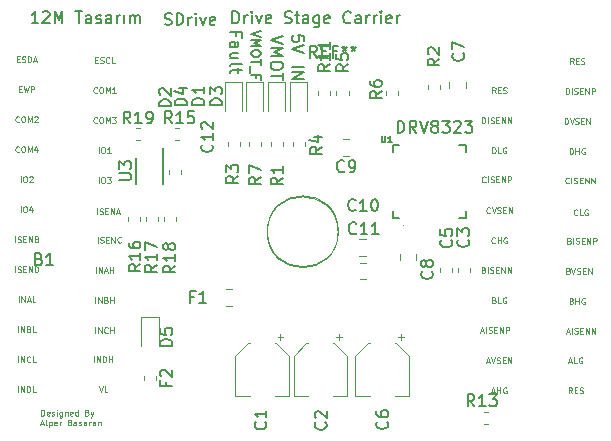
<source format=gbr>
G04 #@! TF.GenerationSoftware,KiCad,Pcbnew,(5.1.5)-3*
G04 #@! TF.CreationDate,2021-07-18T18:30:31+02:00*
G04 #@! TF.ProjectId,sDrive1,73447269-7665-4312-9e6b-696361645f70,rev?*
G04 #@! TF.SameCoordinates,Original*
G04 #@! TF.FileFunction,Legend,Top*
G04 #@! TF.FilePolarity,Positive*
%FSLAX46Y46*%
G04 Gerber Fmt 4.6, Leading zero omitted, Abs format (unit mm)*
G04 Created by KiCad (PCBNEW (5.1.5)-3) date 2021-07-18 18:30:31*
%MOMM*%
%LPD*%
G04 APERTURE LIST*
%ADD10C,0.120000*%
%ADD11C,0.203200*%
%ADD12C,0.200000*%
%ADD13C,0.150000*%
%ADD14C,0.127000*%
%ADD15C,0.100000*%
%ADD16C,0.075000*%
%ADD17C,0.137881*%
G04 APERTURE END LIST*
D10*
X27137521Y17338000D02*
G75*
G03X27137521Y17338000I-3003521J0D01*
G01*
D11*
X24216380Y33414666D02*
X24216380Y33898476D01*
X23732571Y33946857D01*
X23780952Y33898476D01*
X23829333Y33801714D01*
X23829333Y33559809D01*
X23780952Y33463047D01*
X23732571Y33414666D01*
X23635809Y33366285D01*
X23393904Y33366285D01*
X23297142Y33414666D01*
X23248761Y33463047D01*
X23200380Y33559809D01*
X23200380Y33801714D01*
X23248761Y33898476D01*
X23297142Y33946857D01*
X24216380Y33076000D02*
X23200380Y32737333D01*
X24216380Y32398666D01*
X23200380Y31285904D02*
X24216380Y31285904D01*
X23200380Y30802095D02*
X24216380Y30802095D01*
X23200380Y30221523D01*
X24216380Y30221523D01*
X22403580Y33838476D02*
X21387580Y33499809D01*
X22403580Y33161142D01*
X21387580Y32822476D02*
X22403580Y32822476D01*
X21677866Y32483809D01*
X22403580Y32145142D01*
X21387580Y32145142D01*
X22403580Y31467809D02*
X22403580Y31274285D01*
X22355200Y31177523D01*
X22258438Y31080761D01*
X22064914Y31032380D01*
X21726247Y31032380D01*
X21532723Y31080761D01*
X21435961Y31177523D01*
X21387580Y31274285D01*
X21387580Y31467809D01*
X21435961Y31564571D01*
X21532723Y31661333D01*
X21726247Y31709714D01*
X22064914Y31709714D01*
X22258438Y31661333D01*
X22355200Y31564571D01*
X22403580Y31467809D01*
X22403580Y30742095D02*
X22403580Y30161523D01*
X21387580Y30451809D02*
X22403580Y30451809D01*
X32143238Y25674380D02*
X32143238Y26690380D01*
X32385142Y26690380D01*
X32530285Y26642000D01*
X32627047Y26545238D01*
X32675428Y26448476D01*
X32723809Y26254952D01*
X32723809Y26109809D01*
X32675428Y25916285D01*
X32627047Y25819523D01*
X32530285Y25722761D01*
X32385142Y25674380D01*
X32143238Y25674380D01*
X33739809Y25674380D02*
X33401142Y26158190D01*
X33159238Y25674380D02*
X33159238Y26690380D01*
X33546285Y26690380D01*
X33643047Y26642000D01*
X33691428Y26593619D01*
X33739809Y26496857D01*
X33739809Y26351714D01*
X33691428Y26254952D01*
X33643047Y26206571D01*
X33546285Y26158190D01*
X33159238Y26158190D01*
X34030095Y26690380D02*
X34368761Y25674380D01*
X34707428Y26690380D01*
X35191238Y26254952D02*
X35094476Y26303333D01*
X35046095Y26351714D01*
X34997714Y26448476D01*
X34997714Y26496857D01*
X35046095Y26593619D01*
X35094476Y26642000D01*
X35191238Y26690380D01*
X35384761Y26690380D01*
X35481523Y26642000D01*
X35529904Y26593619D01*
X35578285Y26496857D01*
X35578285Y26448476D01*
X35529904Y26351714D01*
X35481523Y26303333D01*
X35384761Y26254952D01*
X35191238Y26254952D01*
X35094476Y26206571D01*
X35046095Y26158190D01*
X34997714Y26061428D01*
X34997714Y25867904D01*
X35046095Y25771142D01*
X35094476Y25722761D01*
X35191238Y25674380D01*
X35384761Y25674380D01*
X35481523Y25722761D01*
X35529904Y25771142D01*
X35578285Y25867904D01*
X35578285Y26061428D01*
X35529904Y26158190D01*
X35481523Y26206571D01*
X35384761Y26254952D01*
X35916952Y26690380D02*
X36545904Y26690380D01*
X36207238Y26303333D01*
X36352380Y26303333D01*
X36449142Y26254952D01*
X36497523Y26206571D01*
X36545904Y26109809D01*
X36545904Y25867904D01*
X36497523Y25771142D01*
X36449142Y25722761D01*
X36352380Y25674380D01*
X36062095Y25674380D01*
X35965333Y25722761D01*
X35916952Y25771142D01*
X36932952Y26593619D02*
X36981333Y26642000D01*
X37078095Y26690380D01*
X37320000Y26690380D01*
X37416761Y26642000D01*
X37465142Y26593619D01*
X37513523Y26496857D01*
X37513523Y26400095D01*
X37465142Y26254952D01*
X36884571Y25674380D01*
X37513523Y25674380D01*
X37852190Y26690380D02*
X38481142Y26690380D01*
X38142476Y26303333D01*
X38287619Y26303333D01*
X38384380Y26254952D01*
X38432761Y26206571D01*
X38481142Y26109809D01*
X38481142Y25867904D01*
X38432761Y25771142D01*
X38384380Y25722761D01*
X38287619Y25674380D01*
X37997333Y25674380D01*
X37900571Y25722761D01*
X37852190Y25771142D01*
X18492571Y33880476D02*
X18492571Y34219142D01*
X17960380Y34219142D02*
X18976380Y34219142D01*
X18976380Y33735333D01*
X17960380Y32912857D02*
X18492571Y32912857D01*
X18589333Y32961238D01*
X18637714Y33058000D01*
X18637714Y33251523D01*
X18589333Y33348285D01*
X18008761Y32912857D02*
X17960380Y33009619D01*
X17960380Y33251523D01*
X18008761Y33348285D01*
X18105523Y33396666D01*
X18202285Y33396666D01*
X18299047Y33348285D01*
X18347428Y33251523D01*
X18347428Y33009619D01*
X18395809Y32912857D01*
X18637714Y31993619D02*
X17960380Y31993619D01*
X18637714Y32429047D02*
X18105523Y32429047D01*
X18008761Y32380666D01*
X17960380Y32283904D01*
X17960380Y32138761D01*
X18008761Y32042000D01*
X18057142Y31993619D01*
X17960380Y31364666D02*
X18008761Y31461428D01*
X18105523Y31509809D01*
X18976380Y31509809D01*
X18637714Y31122761D02*
X18637714Y30735714D01*
X18976380Y30977619D02*
X18105523Y30977619D01*
X18008761Y30929238D01*
X17960380Y30832476D01*
X17960380Y30735714D01*
D12*
X20554095Y34325238D02*
X19754095Y34058571D01*
X20554095Y33791904D01*
X19754095Y33525238D02*
X20554095Y33525238D01*
X19982666Y33258571D01*
X20554095Y32991904D01*
X19754095Y32991904D01*
X20554095Y32458571D02*
X20554095Y32306190D01*
X20516000Y32230000D01*
X20439809Y32153809D01*
X20287428Y32115714D01*
X20020761Y32115714D01*
X19868380Y32153809D01*
X19792190Y32230000D01*
X19754095Y32306190D01*
X19754095Y32458571D01*
X19792190Y32534761D01*
X19868380Y32610952D01*
X20020761Y32649047D01*
X20287428Y32649047D01*
X20439809Y32610952D01*
X20516000Y32534761D01*
X20554095Y32458571D01*
X20554095Y31887142D02*
X20554095Y31430000D01*
X19754095Y31658571D02*
X20554095Y31658571D01*
X19677904Y31353809D02*
X19677904Y30744285D01*
X20173142Y30287142D02*
X20173142Y30553809D01*
X19754095Y30553809D02*
X20554095Y30553809D01*
X20554095Y30172857D01*
D10*
X27110000Y17252000D02*
G75*
G03X27110000Y17252000I-3000000J0D01*
G01*
X10441000Y10042000D02*
X10441000Y7582000D01*
X11911000Y10042000D02*
X10441000Y10042000D01*
X11911000Y7582000D02*
X11911000Y10042000D01*
D13*
X12281000Y24352000D02*
X12281000Y21377000D01*
X10031000Y23527000D02*
X10031000Y21377000D01*
D10*
X10331267Y26062000D02*
X9988733Y26062000D01*
X10331267Y25042000D02*
X9988733Y25042000D01*
X13396000Y18170733D02*
X13396000Y18513267D01*
X12376000Y18170733D02*
X12376000Y18513267D01*
X11886000Y18170733D02*
X11886000Y18513267D01*
X10866000Y18170733D02*
X10866000Y18513267D01*
X10366000Y18170733D02*
X10366000Y18513267D01*
X9346000Y18170733D02*
X9346000Y18513267D01*
X13633267Y26062000D02*
X13290733Y26062000D01*
X13633267Y25042000D02*
X13290733Y25042000D01*
X13796000Y22180733D02*
X13796000Y22523267D01*
X12776000Y22180733D02*
X12776000Y22523267D01*
X32650000Y8360000D02*
X32150000Y8360000D01*
X32400000Y8610000D02*
X32400000Y8110000D01*
X29644437Y7870000D02*
X28580000Y6805563D01*
X32035563Y7870000D02*
X33100000Y6805563D01*
X32035563Y7870000D02*
X31900000Y7870000D01*
X29644437Y7870000D02*
X29780000Y7870000D01*
X28580000Y6805563D02*
X28580000Y3350000D01*
X33100000Y6805563D02*
X33100000Y3350000D01*
X33100000Y3350000D02*
X31900000Y3350000D01*
X28580000Y3350000D02*
X29780000Y3350000D01*
X27410000Y8360000D02*
X26910000Y8360000D01*
X27160000Y8610000D02*
X27160000Y8110000D01*
X24404437Y7870000D02*
X23340000Y6805563D01*
X26795563Y7870000D02*
X27860000Y6805563D01*
X26795563Y7870000D02*
X26660000Y7870000D01*
X24404437Y7870000D02*
X24540000Y7870000D01*
X23340000Y6805563D02*
X23340000Y3350000D01*
X27860000Y6805563D02*
X27860000Y3350000D01*
X27860000Y3350000D02*
X26660000Y3350000D01*
X23340000Y3350000D02*
X24540000Y3350000D01*
X22480000Y8360000D02*
X21980000Y8360000D01*
X22230000Y8610000D02*
X22230000Y8110000D01*
X19474437Y7870000D02*
X18410000Y6805563D01*
X21865563Y7870000D02*
X22930000Y6805563D01*
X21865563Y7870000D02*
X21730000Y7870000D01*
X19474437Y7870000D02*
X19610000Y7870000D01*
X18410000Y6805563D02*
X18410000Y3350000D01*
X22930000Y6805563D02*
X22930000Y3350000D01*
X22930000Y3350000D02*
X21730000Y3350000D01*
X18410000Y3350000D02*
X19610000Y3350000D01*
X39776267Y2030000D02*
X39433733Y2030000D01*
X39776267Y1010000D02*
X39433733Y1010000D01*
D14*
X31750000Y24065600D02*
X31750000Y24620000D01*
X31750000Y24620000D02*
X32304400Y24620000D01*
X31750000Y19014400D02*
X31750000Y18460000D01*
X31750000Y18460000D02*
X32304400Y18460000D01*
X37355600Y18460000D02*
X37910000Y18460000D01*
X37910000Y18460000D02*
X37910000Y19014400D01*
X37910000Y24065600D02*
X37910000Y24620000D01*
X37910000Y24620000D02*
X37355600Y24620000D01*
D15*
X32630000Y17840000D02*
G75*
G03X32630000Y17840000I-50000J0D01*
G01*
D10*
X37960000Y29438748D02*
X37960000Y29961252D01*
X36540000Y29438748D02*
X36540000Y29961252D01*
X20560000Y24548733D02*
X20560000Y24891267D01*
X19540000Y24548733D02*
X19540000Y24891267D01*
X19275000Y29955000D02*
X19275000Y27495000D01*
X20745000Y29955000D02*
X19275000Y29955000D01*
X20745000Y27495000D02*
X20745000Y29955000D01*
X10666000Y5081267D02*
X10666000Y4738733D01*
X11686000Y5081267D02*
X11686000Y4738733D01*
X18136252Y12430000D02*
X17613748Y12430000D01*
X18136252Y11010000D02*
X17613748Y11010000D01*
X23031000Y29955000D02*
X23031000Y27495000D01*
X24501000Y29955000D02*
X23031000Y29955000D01*
X24501000Y27495000D02*
X24501000Y29955000D01*
X24316000Y24548733D02*
X24316000Y24891267D01*
X23296000Y24548733D02*
X23296000Y24891267D01*
X22438000Y24548733D02*
X22438000Y24891267D01*
X21418000Y24548733D02*
X21418000Y24891267D01*
X21153000Y29955000D02*
X21153000Y27495000D01*
X22623000Y29955000D02*
X21153000Y29955000D01*
X22623000Y27495000D02*
X22623000Y29955000D01*
X37292600Y14240267D02*
X37292600Y13897733D01*
X38312600Y14240267D02*
X38312600Y13897733D01*
X35768600Y14240267D02*
X35768600Y13897733D01*
X36788600Y14240267D02*
X36788600Y13897733D01*
X25420000Y29201267D02*
X25420000Y28858733D01*
X26440000Y29201267D02*
X26440000Y28858733D01*
X31170000Y29211267D02*
X31170000Y28868733D01*
X32190000Y29211267D02*
X32190000Y28868733D01*
X26970000Y29201267D02*
X26970000Y28858733D01*
X27990000Y29201267D02*
X27990000Y28858733D01*
X18780000Y24579733D02*
X18780000Y24922267D01*
X17760000Y24579733D02*
X17760000Y24922267D01*
X35710000Y29343733D02*
X35710000Y29686267D01*
X34690000Y29343733D02*
X34690000Y29686267D01*
X17535000Y30000000D02*
X17535000Y27540000D01*
X19005000Y30000000D02*
X17535000Y30000000D01*
X19005000Y27540000D02*
X19005000Y30000000D01*
X29463928Y14687452D02*
X28941424Y14687452D01*
X29463928Y13267452D02*
X28941424Y13267452D01*
X29438929Y16662452D02*
X28916425Y16662452D01*
X29438929Y15242452D02*
X28916425Y15242452D01*
X28046252Y25160000D02*
X27523748Y25160000D01*
X28046252Y23740000D02*
X27523748Y23740000D01*
X33737400Y14874548D02*
X33737400Y15397052D01*
X32317400Y14874548D02*
X32317400Y15397052D01*
D13*
X1779058Y14981528D02*
X1921915Y14933909D01*
X1969534Y14886290D01*
X2017153Y14791052D01*
X2017153Y14648195D01*
X1969534Y14552957D01*
X1921915Y14505338D01*
X1826677Y14457719D01*
X1445724Y14457719D01*
X1445724Y15457719D01*
X1779058Y15457719D01*
X1874296Y15410100D01*
X1921915Y15362480D01*
X1969534Y15267242D01*
X1969534Y15172004D01*
X1921915Y15076766D01*
X1874296Y15029147D01*
X1779058Y14981528D01*
X1445724Y14981528D01*
X2969534Y14457719D02*
X2398105Y14457719D01*
X2683820Y14457719D02*
X2683820Y15457719D01*
X2588581Y15314861D01*
X2493343Y15219623D01*
X2398105Y15172004D01*
X25316666Y32039619D02*
X24983333Y32515809D01*
X24745238Y32039619D02*
X24745238Y33039619D01*
X25126190Y33039619D01*
X25221428Y32992000D01*
X25269047Y32944380D01*
X25316666Y32849142D01*
X25316666Y32706285D01*
X25269047Y32611047D01*
X25221428Y32563428D01*
X25126190Y32515809D01*
X24745238Y32515809D01*
X25745238Y32563428D02*
X26078571Y32563428D01*
X26221428Y32039619D02*
X25745238Y32039619D01*
X25745238Y33039619D01*
X26221428Y33039619D01*
X26983333Y32563428D02*
X26650000Y32563428D01*
X26650000Y32039619D02*
X26650000Y33039619D01*
X27126190Y33039619D01*
X27650000Y33039619D02*
X27650000Y32801523D01*
X27411904Y32896761D02*
X27650000Y32801523D01*
X27888095Y32896761D01*
X27507142Y32611047D02*
X27650000Y32801523D01*
X27792857Y32611047D01*
X28411904Y33039619D02*
X28411904Y32801523D01*
X28173809Y32896761D02*
X28411904Y32801523D01*
X28650000Y32896761D01*
X28269047Y32611047D02*
X28411904Y32801523D01*
X28554761Y32611047D01*
X1722380Y34957619D02*
X1150952Y34957619D01*
X1436666Y34957619D02*
X1436666Y35957619D01*
X1341428Y35814761D01*
X1246190Y35719523D01*
X1150952Y35671904D01*
X2103333Y35862380D02*
X2150952Y35910000D01*
X2246190Y35957619D01*
X2484285Y35957619D01*
X2579523Y35910000D01*
X2627142Y35862380D01*
X2674761Y35767142D01*
X2674761Y35671904D01*
X2627142Y35529047D01*
X2055714Y34957619D01*
X2674761Y34957619D01*
X3103333Y34957619D02*
X3103333Y35957619D01*
X3436666Y35243333D01*
X3769999Y35957619D01*
X3769999Y34957619D01*
X4865238Y35957619D02*
X5436666Y35957619D01*
X5150952Y34957619D02*
X5150952Y35957619D01*
X6198571Y34957619D02*
X6198571Y35481428D01*
X6150952Y35576666D01*
X6055714Y35624285D01*
X5865238Y35624285D01*
X5770000Y35576666D01*
X6198571Y35005238D02*
X6103333Y34957619D01*
X5865238Y34957619D01*
X5770000Y35005238D01*
X5722380Y35100476D01*
X5722380Y35195714D01*
X5770000Y35290952D01*
X5865238Y35338571D01*
X6103333Y35338571D01*
X6198571Y35386190D01*
X6627142Y35005238D02*
X6722380Y34957619D01*
X6912857Y34957619D01*
X7008095Y35005238D01*
X7055714Y35100476D01*
X7055714Y35148095D01*
X7008095Y35243333D01*
X6912857Y35290952D01*
X6770000Y35290952D01*
X6674761Y35338571D01*
X6627142Y35433809D01*
X6627142Y35481428D01*
X6674761Y35576666D01*
X6770000Y35624285D01*
X6912857Y35624285D01*
X7008095Y35576666D01*
X7912857Y34957619D02*
X7912857Y35481428D01*
X7865238Y35576666D01*
X7770000Y35624285D01*
X7579523Y35624285D01*
X7484285Y35576666D01*
X7912857Y35005238D02*
X7817619Y34957619D01*
X7579523Y34957619D01*
X7484285Y35005238D01*
X7436666Y35100476D01*
X7436666Y35195714D01*
X7484285Y35290952D01*
X7579523Y35338571D01*
X7817619Y35338571D01*
X7912857Y35386190D01*
X8389047Y34957619D02*
X8389047Y35624285D01*
X8389047Y35433809D02*
X8436666Y35529047D01*
X8484285Y35576666D01*
X8579523Y35624285D01*
X8674761Y35624285D01*
X9008095Y34957619D02*
X9008095Y35624285D01*
X9484285Y34957619D02*
X9484285Y35624285D01*
X9484285Y35529047D02*
X9531904Y35576666D01*
X9627142Y35624285D01*
X9770000Y35624285D01*
X9865238Y35576666D01*
X9912857Y35481428D01*
X9912857Y34957619D01*
X9912857Y35481428D02*
X9960476Y35576666D01*
X10055714Y35624285D01*
X10198571Y35624285D01*
X10293809Y35576666D01*
X10341428Y35481428D01*
X10341428Y34957619D01*
D16*
X39690476Y6308666D02*
X39928571Y6308666D01*
X39642857Y6165809D02*
X39809523Y6665809D01*
X39976190Y6165809D01*
X40071428Y6665809D02*
X40238095Y6165809D01*
X40404761Y6665809D01*
X40547619Y6189619D02*
X40619047Y6165809D01*
X40738095Y6165809D01*
X40785714Y6189619D01*
X40809523Y6213428D01*
X40833333Y6261047D01*
X40833333Y6308666D01*
X40809523Y6356285D01*
X40785714Y6380095D01*
X40738095Y6403904D01*
X40642857Y6427714D01*
X40595238Y6451523D01*
X40571428Y6475333D01*
X40547619Y6522952D01*
X40547619Y6570571D01*
X40571428Y6618190D01*
X40595238Y6642000D01*
X40642857Y6665809D01*
X40761904Y6665809D01*
X40833333Y6642000D01*
X41047619Y6427714D02*
X41214285Y6427714D01*
X41285714Y6165809D02*
X41047619Y6165809D01*
X41047619Y6665809D01*
X41285714Y6665809D01*
X41500000Y6165809D02*
X41500000Y6665809D01*
X41785714Y6165809D01*
X41785714Y6665809D01*
X40440476Y29025809D02*
X40273809Y29263904D01*
X40154761Y29025809D02*
X40154761Y29525809D01*
X40345238Y29525809D01*
X40392857Y29502000D01*
X40416666Y29478190D01*
X40440476Y29430571D01*
X40440476Y29359142D01*
X40416666Y29311523D01*
X40392857Y29287714D01*
X40345238Y29263904D01*
X40154761Y29263904D01*
X40654761Y29287714D02*
X40821428Y29287714D01*
X40892857Y29025809D02*
X40654761Y29025809D01*
X40654761Y29525809D01*
X40892857Y29525809D01*
X41083333Y29049619D02*
X41154761Y29025809D01*
X41273809Y29025809D01*
X41321428Y29049619D01*
X41345238Y29073428D01*
X41369047Y29121047D01*
X41369047Y29168666D01*
X41345238Y29216285D01*
X41321428Y29240095D01*
X41273809Y29263904D01*
X41178571Y29287714D01*
X41130952Y29311523D01*
X41107142Y29335333D01*
X41083333Y29382952D01*
X41083333Y29430571D01*
X41107142Y29478190D01*
X41130952Y29502000D01*
X41178571Y29525809D01*
X41297619Y29525809D01*
X41369047Y29502000D01*
X46910476Y3625809D02*
X46743809Y3863904D01*
X46624761Y3625809D02*
X46624761Y4125809D01*
X46815238Y4125809D01*
X46862857Y4102000D01*
X46886666Y4078190D01*
X46910476Y4030571D01*
X46910476Y3959142D01*
X46886666Y3911523D01*
X46862857Y3887714D01*
X46815238Y3863904D01*
X46624761Y3863904D01*
X47124761Y3887714D02*
X47291428Y3887714D01*
X47362857Y3625809D02*
X47124761Y3625809D01*
X47124761Y4125809D01*
X47362857Y4125809D01*
X47553333Y3649619D02*
X47624761Y3625809D01*
X47743809Y3625809D01*
X47791428Y3649619D01*
X47815238Y3673428D01*
X47839047Y3721047D01*
X47839047Y3768666D01*
X47815238Y3816285D01*
X47791428Y3840095D01*
X47743809Y3863904D01*
X47648571Y3887714D01*
X47600952Y3911523D01*
X47577142Y3935333D01*
X47553333Y3982952D01*
X47553333Y4030571D01*
X47577142Y4078190D01*
X47600952Y4102000D01*
X47648571Y4125809D01*
X47767619Y4125809D01*
X47839047Y4102000D01*
X40333333Y11507714D02*
X40404761Y11483904D01*
X40428571Y11460095D01*
X40452380Y11412476D01*
X40452380Y11341047D01*
X40428571Y11293428D01*
X40404761Y11269619D01*
X40357142Y11245809D01*
X40166666Y11245809D01*
X40166666Y11745809D01*
X40333333Y11745809D01*
X40380952Y11722000D01*
X40404761Y11698190D01*
X40428571Y11650571D01*
X40428571Y11602952D01*
X40404761Y11555333D01*
X40380952Y11531523D01*
X40333333Y11507714D01*
X40166666Y11507714D01*
X40904761Y11245809D02*
X40666666Y11245809D01*
X40666666Y11745809D01*
X41333333Y11722000D02*
X41285714Y11745809D01*
X41214285Y11745809D01*
X41142857Y11722000D01*
X41095238Y11674380D01*
X41071428Y11626761D01*
X41047619Y11531523D01*
X41047619Y11460095D01*
X41071428Y11364857D01*
X41095238Y11317238D01*
X41142857Y11269619D01*
X41214285Y11245809D01*
X41261904Y11245809D01*
X41333333Y11269619D01*
X41357142Y11293428D01*
X41357142Y11460095D01*
X41261904Y11460095D01*
X39301904Y26475809D02*
X39301904Y26975809D01*
X39420952Y26975809D01*
X39492380Y26952000D01*
X39540000Y26904380D01*
X39563809Y26856761D01*
X39587619Y26761523D01*
X39587619Y26690095D01*
X39563809Y26594857D01*
X39540000Y26547238D01*
X39492380Y26499619D01*
X39420952Y26475809D01*
X39301904Y26475809D01*
X39801904Y26475809D02*
X39801904Y26975809D01*
X40016190Y26499619D02*
X40087619Y26475809D01*
X40206666Y26475809D01*
X40254285Y26499619D01*
X40278095Y26523428D01*
X40301904Y26571047D01*
X40301904Y26618666D01*
X40278095Y26666285D01*
X40254285Y26690095D01*
X40206666Y26713904D01*
X40111428Y26737714D01*
X40063809Y26761523D01*
X40040000Y26785333D01*
X40016190Y26832952D01*
X40016190Y26880571D01*
X40040000Y26928190D01*
X40063809Y26952000D01*
X40111428Y26975809D01*
X40230476Y26975809D01*
X40301904Y26952000D01*
X40516190Y26737714D02*
X40682857Y26737714D01*
X40754285Y26475809D02*
X40516190Y26475809D01*
X40516190Y26975809D01*
X40754285Y26975809D01*
X40968571Y26475809D02*
X40968571Y26975809D01*
X41254285Y26475809D01*
X41254285Y26975809D01*
X41492380Y26475809D02*
X41492380Y26975809D01*
X41778095Y26475809D01*
X41778095Y26975809D01*
X6753809Y16365809D02*
X6753809Y16865809D01*
X6968095Y16389619D02*
X7039523Y16365809D01*
X7158571Y16365809D01*
X7206190Y16389619D01*
X7230000Y16413428D01*
X7253809Y16461047D01*
X7253809Y16508666D01*
X7230000Y16556285D01*
X7206190Y16580095D01*
X7158571Y16603904D01*
X7063333Y16627714D01*
X7015714Y16651523D01*
X6991904Y16675333D01*
X6968095Y16722952D01*
X6968095Y16770571D01*
X6991904Y16818190D01*
X7015714Y16842000D01*
X7063333Y16865809D01*
X7182380Y16865809D01*
X7253809Y16842000D01*
X7468095Y16627714D02*
X7634761Y16627714D01*
X7706190Y16365809D02*
X7468095Y16365809D01*
X7468095Y16865809D01*
X7706190Y16865809D01*
X7920476Y16365809D02*
X7920476Y16865809D01*
X8206190Y16365809D01*
X8206190Y16865809D01*
X8730000Y16413428D02*
X8706190Y16389619D01*
X8634761Y16365809D01*
X8587142Y16365809D01*
X8515714Y16389619D01*
X8468095Y16437238D01*
X8444285Y16484857D01*
X8420476Y16580095D01*
X8420476Y16651523D01*
X8444285Y16746761D01*
X8468095Y16794380D01*
X8515714Y16842000D01*
X8587142Y16865809D01*
X8634761Y16865809D01*
X8706190Y16842000D01*
X8730000Y16818190D01*
X46453809Y8808666D02*
X46691904Y8808666D01*
X46406190Y8665809D02*
X46572857Y9165809D01*
X46739523Y8665809D01*
X46906190Y8665809D02*
X46906190Y9165809D01*
X47120476Y8689619D02*
X47191904Y8665809D01*
X47310952Y8665809D01*
X47358571Y8689619D01*
X47382380Y8713428D01*
X47406190Y8761047D01*
X47406190Y8808666D01*
X47382380Y8856285D01*
X47358571Y8880095D01*
X47310952Y8903904D01*
X47215714Y8927714D01*
X47168095Y8951523D01*
X47144285Y8975333D01*
X47120476Y9022952D01*
X47120476Y9070571D01*
X47144285Y9118190D01*
X47168095Y9142000D01*
X47215714Y9165809D01*
X47334761Y9165809D01*
X47406190Y9142000D01*
X47620476Y8927714D02*
X47787142Y8927714D01*
X47858571Y8665809D02*
X47620476Y8665809D01*
X47620476Y9165809D01*
X47858571Y9165809D01*
X48072857Y8665809D02*
X48072857Y9165809D01*
X48358571Y8665809D01*
X48358571Y9165809D01*
X48596666Y8665809D02*
X48596666Y9165809D01*
X48882380Y8665809D01*
X48882380Y9165809D01*
X1962023Y1734809D02*
X1962023Y2234809D01*
X2081071Y2234809D01*
X2152500Y2211000D01*
X2200119Y2163380D01*
X2223928Y2115761D01*
X2247738Y2020523D01*
X2247738Y1949095D01*
X2223928Y1853857D01*
X2200119Y1806238D01*
X2152500Y1758619D01*
X2081071Y1734809D01*
X1962023Y1734809D01*
X2652500Y1758619D02*
X2604880Y1734809D01*
X2509642Y1734809D01*
X2462023Y1758619D01*
X2438214Y1806238D01*
X2438214Y1996714D01*
X2462023Y2044333D01*
X2509642Y2068142D01*
X2604880Y2068142D01*
X2652500Y2044333D01*
X2676309Y1996714D01*
X2676309Y1949095D01*
X2438214Y1901476D01*
X2866785Y1758619D02*
X2914404Y1734809D01*
X3009642Y1734809D01*
X3057261Y1758619D01*
X3081071Y1806238D01*
X3081071Y1830047D01*
X3057261Y1877666D01*
X3009642Y1901476D01*
X2938214Y1901476D01*
X2890595Y1925285D01*
X2866785Y1972904D01*
X2866785Y1996714D01*
X2890595Y2044333D01*
X2938214Y2068142D01*
X3009642Y2068142D01*
X3057261Y2044333D01*
X3295357Y1734809D02*
X3295357Y2068142D01*
X3295357Y2234809D02*
X3271547Y2211000D01*
X3295357Y2187190D01*
X3319166Y2211000D01*
X3295357Y2234809D01*
X3295357Y2187190D01*
X3747738Y2068142D02*
X3747738Y1663380D01*
X3723928Y1615761D01*
X3700119Y1591952D01*
X3652500Y1568142D01*
X3581071Y1568142D01*
X3533452Y1591952D01*
X3747738Y1758619D02*
X3700119Y1734809D01*
X3604880Y1734809D01*
X3557261Y1758619D01*
X3533452Y1782428D01*
X3509642Y1830047D01*
X3509642Y1972904D01*
X3533452Y2020523D01*
X3557261Y2044333D01*
X3604880Y2068142D01*
X3700119Y2068142D01*
X3747738Y2044333D01*
X3985833Y2068142D02*
X3985833Y1734809D01*
X3985833Y2020523D02*
X4009642Y2044333D01*
X4057261Y2068142D01*
X4128690Y2068142D01*
X4176309Y2044333D01*
X4200119Y1996714D01*
X4200119Y1734809D01*
X4628690Y1758619D02*
X4581071Y1734809D01*
X4485833Y1734809D01*
X4438214Y1758619D01*
X4414404Y1806238D01*
X4414404Y1996714D01*
X4438214Y2044333D01*
X4485833Y2068142D01*
X4581071Y2068142D01*
X4628690Y2044333D01*
X4652500Y1996714D01*
X4652500Y1949095D01*
X4414404Y1901476D01*
X5081071Y1734809D02*
X5081071Y2234809D01*
X5081071Y1758619D02*
X5033452Y1734809D01*
X4938214Y1734809D01*
X4890595Y1758619D01*
X4866785Y1782428D01*
X4842976Y1830047D01*
X4842976Y1972904D01*
X4866785Y2020523D01*
X4890595Y2044333D01*
X4938214Y2068142D01*
X5033452Y2068142D01*
X5081071Y2044333D01*
X5866785Y1996714D02*
X5938214Y1972904D01*
X5962023Y1949095D01*
X5985833Y1901476D01*
X5985833Y1830047D01*
X5962023Y1782428D01*
X5938214Y1758619D01*
X5890595Y1734809D01*
X5700119Y1734809D01*
X5700119Y2234809D01*
X5866785Y2234809D01*
X5914404Y2211000D01*
X5938214Y2187190D01*
X5962023Y2139571D01*
X5962023Y2091952D01*
X5938214Y2044333D01*
X5914404Y2020523D01*
X5866785Y1996714D01*
X5700119Y1996714D01*
X6152500Y2068142D02*
X6271547Y1734809D01*
X6390595Y2068142D02*
X6271547Y1734809D01*
X6223928Y1615761D01*
X6200119Y1591952D01*
X6152500Y1568142D01*
X40392857Y16373428D02*
X40369047Y16349619D01*
X40297619Y16325809D01*
X40250000Y16325809D01*
X40178571Y16349619D01*
X40130952Y16397238D01*
X40107142Y16444857D01*
X40083333Y16540095D01*
X40083333Y16611523D01*
X40107142Y16706761D01*
X40130952Y16754380D01*
X40178571Y16802000D01*
X40250000Y16825809D01*
X40297619Y16825809D01*
X40369047Y16802000D01*
X40392857Y16778190D01*
X40607142Y16325809D02*
X40607142Y16825809D01*
X40607142Y16587714D02*
X40892857Y16587714D01*
X40892857Y16325809D02*
X40892857Y16825809D01*
X41392857Y16802000D02*
X41345238Y16825809D01*
X41273809Y16825809D01*
X41202380Y16802000D01*
X41154761Y16754380D01*
X41130952Y16706761D01*
X41107142Y16611523D01*
X41107142Y16540095D01*
X41130952Y16444857D01*
X41154761Y16397238D01*
X41202380Y16349619D01*
X41273809Y16325809D01*
X41321428Y16325809D01*
X41392857Y16349619D01*
X41416666Y16373428D01*
X41416666Y16540095D01*
X41321428Y16540095D01*
X46707142Y23875809D02*
X46707142Y24375809D01*
X46826190Y24375809D01*
X46897619Y24352000D01*
X46945238Y24304380D01*
X46969047Y24256761D01*
X46992857Y24161523D01*
X46992857Y24090095D01*
X46969047Y23994857D01*
X46945238Y23947238D01*
X46897619Y23899619D01*
X46826190Y23875809D01*
X46707142Y23875809D01*
X47207142Y23875809D02*
X47207142Y24375809D01*
X47207142Y24137714D02*
X47492857Y24137714D01*
X47492857Y23875809D02*
X47492857Y24375809D01*
X47992857Y24352000D02*
X47945238Y24375809D01*
X47873809Y24375809D01*
X47802380Y24352000D01*
X47754761Y24304380D01*
X47730952Y24256761D01*
X47707142Y24161523D01*
X47707142Y24090095D01*
X47730952Y23994857D01*
X47754761Y23947238D01*
X47802380Y23899619D01*
X47873809Y23875809D01*
X47921428Y23875809D01*
X47992857Y23899619D01*
X48016666Y23923428D01*
X48016666Y24090095D01*
X47921428Y24090095D01*
X99047Y24073428D02*
X75238Y24049619D01*
X3809Y24025809D01*
X-43809Y24025809D01*
X-115238Y24049619D01*
X-162857Y24097238D01*
X-186666Y24144857D01*
X-210476Y24240095D01*
X-210476Y24311523D01*
X-186666Y24406761D01*
X-162857Y24454380D01*
X-115238Y24502000D01*
X-43809Y24525809D01*
X3809Y24525809D01*
X75238Y24502000D01*
X99047Y24478190D01*
X408571Y24525809D02*
X503809Y24525809D01*
X551428Y24502000D01*
X599047Y24454380D01*
X622857Y24359142D01*
X622857Y24192476D01*
X599047Y24097238D01*
X551428Y24049619D01*
X503809Y24025809D01*
X408571Y24025809D01*
X360952Y24049619D01*
X313333Y24097238D01*
X289523Y24192476D01*
X289523Y24359142D01*
X313333Y24454380D01*
X360952Y24502000D01*
X408571Y24525809D01*
X837142Y24025809D02*
X837142Y24525809D01*
X1003809Y24168666D01*
X1170476Y24525809D01*
X1170476Y24025809D01*
X1622857Y24359142D02*
X1622857Y24025809D01*
X1503809Y24549619D02*
X1384761Y24192476D01*
X1694285Y24192476D01*
X6556190Y11255809D02*
X6556190Y11755809D01*
X6794285Y11255809D02*
X6794285Y11755809D01*
X7080000Y11255809D01*
X7080000Y11755809D01*
X7484761Y11517714D02*
X7556190Y11493904D01*
X7580000Y11470095D01*
X7603809Y11422476D01*
X7603809Y11351047D01*
X7580000Y11303428D01*
X7556190Y11279619D01*
X7508571Y11255809D01*
X7318095Y11255809D01*
X7318095Y11755809D01*
X7484761Y11755809D01*
X7532380Y11732000D01*
X7556190Y11708190D01*
X7580000Y11660571D01*
X7580000Y11612952D01*
X7556190Y11565333D01*
X7532380Y11541523D01*
X7484761Y11517714D01*
X7318095Y11517714D01*
X7818095Y11255809D02*
X7818095Y11755809D01*
X7818095Y11517714D02*
X8103809Y11517714D01*
X8103809Y11255809D02*
X8103809Y11755809D01*
X-246190Y13865809D02*
X-246190Y14365809D01*
X-31904Y13889619D02*
X39523Y13865809D01*
X158571Y13865809D01*
X206190Y13889619D01*
X230000Y13913428D01*
X253809Y13961047D01*
X253809Y14008666D01*
X230000Y14056285D01*
X206190Y14080095D01*
X158571Y14103904D01*
X63333Y14127714D01*
X15714Y14151523D01*
X-8095Y14175333D01*
X-31904Y14222952D01*
X-31904Y14270571D01*
X-8095Y14318190D01*
X15714Y14342000D01*
X63333Y14365809D01*
X182380Y14365809D01*
X253809Y14342000D01*
X468095Y14127714D02*
X634761Y14127714D01*
X706190Y13865809D02*
X468095Y13865809D01*
X468095Y14365809D01*
X706190Y14365809D01*
X920476Y13865809D02*
X920476Y14365809D01*
X1206190Y13865809D01*
X1206190Y14365809D01*
X1444285Y13865809D02*
X1444285Y14365809D01*
X1563333Y14365809D01*
X1634761Y14342000D01*
X1682380Y14294380D01*
X1706190Y14246761D01*
X1730000Y14151523D01*
X1730000Y14080095D01*
X1706190Y13984857D01*
X1682380Y13937238D01*
X1634761Y13889619D01*
X1563333Y13865809D01*
X1444285Y13865809D01*
X46690476Y16547714D02*
X46761904Y16523904D01*
X46785714Y16500095D01*
X46809523Y16452476D01*
X46809523Y16381047D01*
X46785714Y16333428D01*
X46761904Y16309619D01*
X46714285Y16285809D01*
X46523809Y16285809D01*
X46523809Y16785809D01*
X46690476Y16785809D01*
X46738095Y16762000D01*
X46761904Y16738190D01*
X46785714Y16690571D01*
X46785714Y16642952D01*
X46761904Y16595333D01*
X46738095Y16571523D01*
X46690476Y16547714D01*
X46523809Y16547714D01*
X47023809Y16285809D02*
X47023809Y16785809D01*
X47238095Y16309619D02*
X47309523Y16285809D01*
X47428571Y16285809D01*
X47476190Y16309619D01*
X47500000Y16333428D01*
X47523809Y16381047D01*
X47523809Y16428666D01*
X47500000Y16476285D01*
X47476190Y16500095D01*
X47428571Y16523904D01*
X47333333Y16547714D01*
X47285714Y16571523D01*
X47261904Y16595333D01*
X47238095Y16642952D01*
X47238095Y16690571D01*
X47261904Y16738190D01*
X47285714Y16762000D01*
X47333333Y16785809D01*
X47452380Y16785809D01*
X47523809Y16762000D01*
X47738095Y16547714D02*
X47904761Y16547714D01*
X47976190Y16285809D02*
X47738095Y16285809D01*
X47738095Y16785809D01*
X47976190Y16785809D01*
X48190476Y16285809D02*
X48190476Y16785809D01*
X48476190Y16285809D01*
X48476190Y16785809D01*
X48714285Y16285809D02*
X48714285Y16785809D01*
X48904761Y16785809D01*
X48952380Y16762000D01*
X48976190Y16738190D01*
X49000000Y16690571D01*
X49000000Y16619142D01*
X48976190Y16571523D01*
X48952380Y16547714D01*
X48904761Y16523904D01*
X48714285Y16523904D01*
X46605238Y13987714D02*
X46676666Y13963904D01*
X46700476Y13940095D01*
X46724285Y13892476D01*
X46724285Y13821047D01*
X46700476Y13773428D01*
X46676666Y13749619D01*
X46629047Y13725809D01*
X46438571Y13725809D01*
X46438571Y14225809D01*
X46605238Y14225809D01*
X46652857Y14202000D01*
X46676666Y14178190D01*
X46700476Y14130571D01*
X46700476Y14082952D01*
X46676666Y14035333D01*
X46652857Y14011523D01*
X46605238Y13987714D01*
X46438571Y13987714D01*
X46867142Y14225809D02*
X47033809Y13725809D01*
X47200476Y14225809D01*
X47343333Y13749619D02*
X47414761Y13725809D01*
X47533809Y13725809D01*
X47581428Y13749619D01*
X47605238Y13773428D01*
X47629047Y13821047D01*
X47629047Y13868666D01*
X47605238Y13916285D01*
X47581428Y13940095D01*
X47533809Y13963904D01*
X47438571Y13987714D01*
X47390952Y14011523D01*
X47367142Y14035333D01*
X47343333Y14082952D01*
X47343333Y14130571D01*
X47367142Y14178190D01*
X47390952Y14202000D01*
X47438571Y14225809D01*
X47557619Y14225809D01*
X47629047Y14202000D01*
X47843333Y13987714D02*
X48010000Y13987714D01*
X48081428Y13725809D02*
X47843333Y13725809D01*
X47843333Y14225809D01*
X48081428Y14225809D01*
X48295714Y13725809D02*
X48295714Y14225809D01*
X48581428Y13725809D01*
X48581428Y14225809D01*
X39175714Y8878666D02*
X39413809Y8878666D01*
X39128095Y8735809D02*
X39294761Y9235809D01*
X39461428Y8735809D01*
X39628095Y8735809D02*
X39628095Y9235809D01*
X39842380Y8759619D02*
X39913809Y8735809D01*
X40032857Y8735809D01*
X40080476Y8759619D01*
X40104285Y8783428D01*
X40128095Y8831047D01*
X40128095Y8878666D01*
X40104285Y8926285D01*
X40080476Y8950095D01*
X40032857Y8973904D01*
X39937619Y8997714D01*
X39890000Y9021523D01*
X39866190Y9045333D01*
X39842380Y9092952D01*
X39842380Y9140571D01*
X39866190Y9188190D01*
X39890000Y9212000D01*
X39937619Y9235809D01*
X40056666Y9235809D01*
X40128095Y9212000D01*
X40342380Y8997714D02*
X40509047Y8997714D01*
X40580476Y8735809D02*
X40342380Y8735809D01*
X40342380Y9235809D01*
X40580476Y9235809D01*
X40794761Y8735809D02*
X40794761Y9235809D01*
X41080476Y8735809D01*
X41080476Y9235809D01*
X41318571Y8735809D02*
X41318571Y9235809D01*
X41509047Y9235809D01*
X41556666Y9212000D01*
X41580476Y9188190D01*
X41604285Y9140571D01*
X41604285Y9069142D01*
X41580476Y9021523D01*
X41556666Y8997714D01*
X41509047Y8973904D01*
X41318571Y8973904D01*
X47040476Y31495809D02*
X46873809Y31733904D01*
X46754761Y31495809D02*
X46754761Y31995809D01*
X46945238Y31995809D01*
X46992857Y31972000D01*
X47016666Y31948190D01*
X47040476Y31900571D01*
X47040476Y31829142D01*
X47016666Y31781523D01*
X46992857Y31757714D01*
X46945238Y31733904D01*
X46754761Y31733904D01*
X47254761Y31757714D02*
X47421428Y31757714D01*
X47492857Y31495809D02*
X47254761Y31495809D01*
X47254761Y31995809D01*
X47492857Y31995809D01*
X47683333Y31519619D02*
X47754761Y31495809D01*
X47873809Y31495809D01*
X47921428Y31519619D01*
X47945238Y31543428D01*
X47969047Y31591047D01*
X47969047Y31638666D01*
X47945238Y31686285D01*
X47921428Y31710095D01*
X47873809Y31733904D01*
X47778571Y31757714D01*
X47730952Y31781523D01*
X47707142Y31805333D01*
X47683333Y31852952D01*
X47683333Y31900571D01*
X47707142Y31948190D01*
X47730952Y31972000D01*
X47778571Y31995809D01*
X47897619Y31995809D01*
X47969047Y31972000D01*
X46873809Y11437714D02*
X46945238Y11413904D01*
X46969047Y11390095D01*
X46992857Y11342476D01*
X46992857Y11271047D01*
X46969047Y11223428D01*
X46945238Y11199619D01*
X46897619Y11175809D01*
X46707142Y11175809D01*
X46707142Y11675809D01*
X46873809Y11675809D01*
X46921428Y11652000D01*
X46945238Y11628190D01*
X46969047Y11580571D01*
X46969047Y11532952D01*
X46945238Y11485333D01*
X46921428Y11461523D01*
X46873809Y11437714D01*
X46707142Y11437714D01*
X47207142Y11175809D02*
X47207142Y11675809D01*
X47207142Y11437714D02*
X47492857Y11437714D01*
X47492857Y11175809D02*
X47492857Y11675809D01*
X47992857Y11652000D02*
X47945238Y11675809D01*
X47873809Y11675809D01*
X47802380Y11652000D01*
X47754761Y11604380D01*
X47730952Y11556761D01*
X47707142Y11461523D01*
X47707142Y11390095D01*
X47730952Y11294857D01*
X47754761Y11247238D01*
X47802380Y11199619D01*
X47873809Y11175809D01*
X47921428Y11175809D01*
X47992857Y11199619D01*
X48016666Y11223428D01*
X48016666Y11390095D01*
X47921428Y11390095D01*
X15714Y3705809D02*
X15714Y4205809D01*
X253809Y3705809D02*
X253809Y4205809D01*
X539523Y3705809D01*
X539523Y4205809D01*
X777619Y3705809D02*
X777619Y4205809D01*
X896666Y4205809D01*
X968095Y4182000D01*
X1015714Y4134380D01*
X1039523Y4086761D01*
X1063333Y3991523D01*
X1063333Y3920095D01*
X1039523Y3824857D01*
X1015714Y3777238D01*
X968095Y3729619D01*
X896666Y3705809D01*
X777619Y3705809D01*
X1515714Y3705809D02*
X1277619Y3705809D01*
X1277619Y4205809D01*
X15714Y8785809D02*
X15714Y9285809D01*
X253809Y8785809D02*
X253809Y9285809D01*
X539523Y8785809D01*
X539523Y9285809D01*
X944285Y9047714D02*
X1015714Y9023904D01*
X1039523Y9000095D01*
X1063333Y8952476D01*
X1063333Y8881047D01*
X1039523Y8833428D01*
X1015714Y8809619D01*
X968095Y8785809D01*
X777619Y8785809D01*
X777619Y9285809D01*
X944285Y9285809D01*
X991904Y9262000D01*
X1015714Y9238190D01*
X1039523Y9190571D01*
X1039523Y9142952D01*
X1015714Y9095333D01*
X991904Y9071523D01*
X944285Y9047714D01*
X777619Y9047714D01*
X1515714Y8785809D02*
X1277619Y8785809D01*
X1277619Y9285809D01*
X6556190Y8715809D02*
X6556190Y9215809D01*
X6794285Y8715809D02*
X6794285Y9215809D01*
X7080000Y8715809D01*
X7080000Y9215809D01*
X7603809Y8763428D02*
X7580000Y8739619D01*
X7508571Y8715809D01*
X7460952Y8715809D01*
X7389523Y8739619D01*
X7341904Y8787238D01*
X7318095Y8834857D01*
X7294285Y8930095D01*
X7294285Y9001523D01*
X7318095Y9096761D01*
X7341904Y9144380D01*
X7389523Y9192000D01*
X7460952Y9215809D01*
X7508571Y9215809D01*
X7580000Y9192000D01*
X7603809Y9168190D01*
X7818095Y8715809D02*
X7818095Y9215809D01*
X7818095Y8977714D02*
X8103809Y8977714D01*
X8103809Y8715809D02*
X8103809Y9215809D01*
X46647619Y21433428D02*
X46623809Y21409619D01*
X46552380Y21385809D01*
X46504761Y21385809D01*
X46433333Y21409619D01*
X46385714Y21457238D01*
X46361904Y21504857D01*
X46338095Y21600095D01*
X46338095Y21671523D01*
X46361904Y21766761D01*
X46385714Y21814380D01*
X46433333Y21862000D01*
X46504761Y21885809D01*
X46552380Y21885809D01*
X46623809Y21862000D01*
X46647619Y21838190D01*
X46861904Y21385809D02*
X46861904Y21885809D01*
X47076190Y21409619D02*
X47147619Y21385809D01*
X47266666Y21385809D01*
X47314285Y21409619D01*
X47338095Y21433428D01*
X47361904Y21481047D01*
X47361904Y21528666D01*
X47338095Y21576285D01*
X47314285Y21600095D01*
X47266666Y21623904D01*
X47171428Y21647714D01*
X47123809Y21671523D01*
X47100000Y21695333D01*
X47076190Y21742952D01*
X47076190Y21790571D01*
X47100000Y21838190D01*
X47123809Y21862000D01*
X47171428Y21885809D01*
X47290476Y21885809D01*
X47361904Y21862000D01*
X47576190Y21647714D02*
X47742857Y21647714D01*
X47814285Y21385809D02*
X47576190Y21385809D01*
X47576190Y21885809D01*
X47814285Y21885809D01*
X48028571Y21385809D02*
X48028571Y21885809D01*
X48314285Y21385809D01*
X48314285Y21885809D01*
X48552380Y21385809D02*
X48552380Y21885809D01*
X48838095Y21385809D01*
X48838095Y21885809D01*
X1938213Y1039416D02*
X2176309Y1039416D01*
X1890594Y896559D02*
X2057261Y1396559D01*
X2223928Y896559D01*
X2462023Y896559D02*
X2414404Y920369D01*
X2390594Y967988D01*
X2390594Y1396559D01*
X2652499Y1229892D02*
X2652499Y729892D01*
X2652499Y1206083D02*
X2700118Y1229892D01*
X2795356Y1229892D01*
X2842975Y1206083D01*
X2866785Y1182273D01*
X2890594Y1134654D01*
X2890594Y991797D01*
X2866785Y944178D01*
X2842975Y920369D01*
X2795356Y896559D01*
X2700118Y896559D01*
X2652499Y920369D01*
X3295356Y920369D02*
X3247737Y896559D01*
X3152499Y896559D01*
X3104880Y920369D01*
X3081071Y967988D01*
X3081071Y1158464D01*
X3104880Y1206083D01*
X3152499Y1229892D01*
X3247737Y1229892D01*
X3295356Y1206083D01*
X3319166Y1158464D01*
X3319166Y1110845D01*
X3081071Y1063226D01*
X3533452Y896559D02*
X3533452Y1229892D01*
X3533452Y1134654D02*
X3557261Y1182273D01*
X3581071Y1206083D01*
X3628690Y1229892D01*
X3676309Y1229892D01*
X4390594Y1158464D02*
X4462023Y1134654D01*
X4485833Y1110845D01*
X4509642Y1063226D01*
X4509642Y991797D01*
X4485833Y944178D01*
X4462023Y920369D01*
X4414404Y896559D01*
X4223928Y896559D01*
X4223928Y1396559D01*
X4390594Y1396559D01*
X4438213Y1372750D01*
X4462023Y1348940D01*
X4485833Y1301321D01*
X4485833Y1253702D01*
X4462023Y1206083D01*
X4438213Y1182273D01*
X4390594Y1158464D01*
X4223928Y1158464D01*
X4938213Y896559D02*
X4938213Y1158464D01*
X4914404Y1206083D01*
X4866785Y1229892D01*
X4771547Y1229892D01*
X4723928Y1206083D01*
X4938213Y920369D02*
X4890594Y896559D01*
X4771547Y896559D01*
X4723928Y920369D01*
X4700118Y967988D01*
X4700118Y1015607D01*
X4723928Y1063226D01*
X4771547Y1087035D01*
X4890594Y1087035D01*
X4938213Y1110845D01*
X5152499Y920369D02*
X5200118Y896559D01*
X5295356Y896559D01*
X5342975Y920369D01*
X5366785Y967988D01*
X5366785Y991797D01*
X5342975Y1039416D01*
X5295356Y1063226D01*
X5223928Y1063226D01*
X5176309Y1087035D01*
X5152499Y1134654D01*
X5152499Y1158464D01*
X5176309Y1206083D01*
X5223928Y1229892D01*
X5295356Y1229892D01*
X5342975Y1206083D01*
X5795356Y896559D02*
X5795356Y1158464D01*
X5771547Y1206083D01*
X5723928Y1229892D01*
X5628690Y1229892D01*
X5581071Y1206083D01*
X5795356Y920369D02*
X5747737Y896559D01*
X5628690Y896559D01*
X5581071Y920369D01*
X5557261Y967988D01*
X5557261Y1015607D01*
X5581071Y1063226D01*
X5628690Y1087035D01*
X5747737Y1087035D01*
X5795356Y1110845D01*
X6033452Y896559D02*
X6033452Y1229892D01*
X6033452Y1134654D02*
X6057261Y1182273D01*
X6081071Y1206083D01*
X6128690Y1229892D01*
X6176309Y1229892D01*
X6557261Y896559D02*
X6557261Y1158464D01*
X6533452Y1206083D01*
X6485833Y1229892D01*
X6390594Y1229892D01*
X6342975Y1206083D01*
X6557261Y920369D02*
X6509642Y896559D01*
X6390594Y896559D01*
X6342975Y920369D01*
X6319166Y967988D01*
X6319166Y1015607D01*
X6342975Y1063226D01*
X6390594Y1087035D01*
X6509642Y1087035D01*
X6557261Y1110845D01*
X6795356Y1229892D02*
X6795356Y896559D01*
X6795356Y1182273D02*
X6819166Y1206083D01*
X6866785Y1229892D01*
X6938213Y1229892D01*
X6985833Y1206083D01*
X7009642Y1158464D01*
X7009642Y896559D01*
X40440476Y29025809D02*
X40273809Y29263904D01*
X40154761Y29025809D02*
X40154761Y29525809D01*
X40345238Y29525809D01*
X40392857Y29502000D01*
X40416666Y29478190D01*
X40440476Y29430571D01*
X40440476Y29359142D01*
X40416666Y29311523D01*
X40392857Y29287714D01*
X40345238Y29263904D01*
X40154761Y29263904D01*
X40654761Y29287714D02*
X40821428Y29287714D01*
X40892857Y29025809D02*
X40654761Y29025809D01*
X40654761Y29525809D01*
X40892857Y29525809D01*
X41083333Y29049619D02*
X41154761Y29025809D01*
X41273809Y29025809D01*
X41321428Y29049619D01*
X41345238Y29073428D01*
X41369047Y29121047D01*
X41369047Y29168666D01*
X41345238Y29216285D01*
X41321428Y29240095D01*
X41273809Y29263904D01*
X41178571Y29287714D01*
X41130952Y29311523D01*
X41107142Y29335333D01*
X41083333Y29382952D01*
X41083333Y29430571D01*
X41107142Y29478190D01*
X41130952Y29502000D01*
X41178571Y29525809D01*
X41297619Y29525809D01*
X41369047Y29502000D01*
X6426190Y6245809D02*
X6426190Y6745809D01*
X6664285Y6245809D02*
X6664285Y6745809D01*
X6950000Y6245809D01*
X6950000Y6745809D01*
X7188095Y6245809D02*
X7188095Y6745809D01*
X7307142Y6745809D01*
X7378571Y6722000D01*
X7426190Y6674380D01*
X7450000Y6626761D01*
X7473809Y6531523D01*
X7473809Y6460095D01*
X7450000Y6364857D01*
X7426190Y6317238D01*
X7378571Y6269619D01*
X7307142Y6245809D01*
X7188095Y6245809D01*
X7688095Y6245809D02*
X7688095Y6745809D01*
X7688095Y6507714D02*
X7973809Y6507714D01*
X7973809Y6245809D02*
X7973809Y6745809D01*
X40166666Y23945809D02*
X40166666Y24445809D01*
X40285714Y24445809D01*
X40357142Y24422000D01*
X40404761Y24374380D01*
X40428571Y24326761D01*
X40452380Y24231523D01*
X40452380Y24160095D01*
X40428571Y24064857D01*
X40404761Y24017238D01*
X40357142Y23969619D01*
X40285714Y23945809D01*
X40166666Y23945809D01*
X40904761Y23945809D02*
X40666666Y23945809D01*
X40666666Y24445809D01*
X41333333Y24422000D02*
X41285714Y24445809D01*
X41214285Y24445809D01*
X41142857Y24422000D01*
X41095238Y24374380D01*
X41071428Y24326761D01*
X41047619Y24231523D01*
X41047619Y24160095D01*
X41071428Y24064857D01*
X41095238Y24017238D01*
X41142857Y23969619D01*
X41214285Y23945809D01*
X41261904Y23945809D01*
X41333333Y23969619D01*
X41357142Y23993428D01*
X41357142Y24160095D01*
X41261904Y24160095D01*
X47362380Y18743428D02*
X47338571Y18719619D01*
X47267142Y18695809D01*
X47219523Y18695809D01*
X47148095Y18719619D01*
X47100476Y18767238D01*
X47076666Y18814857D01*
X47052857Y18910095D01*
X47052857Y18981523D01*
X47076666Y19076761D01*
X47100476Y19124380D01*
X47148095Y19172000D01*
X47219523Y19195809D01*
X47267142Y19195809D01*
X47338571Y19172000D01*
X47362380Y19148190D01*
X47814761Y18695809D02*
X47576666Y18695809D01*
X47576666Y19195809D01*
X48243333Y19172000D02*
X48195714Y19195809D01*
X48124285Y19195809D01*
X48052857Y19172000D01*
X48005238Y19124380D01*
X47981428Y19076761D01*
X47957619Y18981523D01*
X47957619Y18910095D01*
X47981428Y18814857D01*
X48005238Y18767238D01*
X48052857Y18719619D01*
X48124285Y18695809D01*
X48171904Y18695809D01*
X48243333Y18719619D01*
X48267142Y18743428D01*
X48267142Y18910095D01*
X48171904Y18910095D01*
X51428Y11325809D02*
X51428Y11825809D01*
X289523Y11325809D02*
X289523Y11825809D01*
X575238Y11325809D01*
X575238Y11825809D01*
X789523Y11468666D02*
X1027619Y11468666D01*
X741904Y11325809D02*
X908571Y11825809D01*
X1075238Y11325809D01*
X1479999Y11325809D02*
X1241904Y11325809D01*
X1241904Y11825809D01*
X6591904Y13795809D02*
X6591904Y14295809D01*
X6830000Y13795809D02*
X6830000Y14295809D01*
X7115714Y13795809D01*
X7115714Y14295809D01*
X7330000Y13938666D02*
X7568095Y13938666D01*
X7282380Y13795809D02*
X7449047Y14295809D01*
X7615714Y13795809D01*
X7782380Y13795809D02*
X7782380Y14295809D01*
X7782380Y14057714D02*
X8068095Y14057714D01*
X8068095Y13795809D02*
X8068095Y14295809D01*
X-246190Y16405809D02*
X-246190Y16905809D01*
X-31904Y16429619D02*
X39523Y16405809D01*
X158571Y16405809D01*
X206190Y16429619D01*
X230000Y16453428D01*
X253809Y16501047D01*
X253809Y16548666D01*
X230000Y16596285D01*
X206190Y16620095D01*
X158571Y16643904D01*
X63333Y16667714D01*
X15714Y16691523D01*
X-8095Y16715333D01*
X-31904Y16762952D01*
X-31904Y16810571D01*
X-8095Y16858190D01*
X15714Y16882000D01*
X63333Y16905809D01*
X182380Y16905809D01*
X253809Y16882000D01*
X468095Y16667714D02*
X634761Y16667714D01*
X706190Y16405809D02*
X468095Y16405809D01*
X468095Y16905809D01*
X706190Y16905809D01*
X920476Y16405809D02*
X920476Y16905809D01*
X1206190Y16405809D01*
X1206190Y16905809D01*
X1610952Y16667714D02*
X1682380Y16643904D01*
X1706190Y16620095D01*
X1730000Y16572476D01*
X1730000Y16501047D01*
X1706190Y16453428D01*
X1682380Y16429619D01*
X1634761Y16405809D01*
X1444285Y16405809D01*
X1444285Y16905809D01*
X1610952Y16905809D01*
X1658571Y16882000D01*
X1682380Y16858190D01*
X1706190Y16810571D01*
X1706190Y16762952D01*
X1682380Y16715333D01*
X1658571Y16691523D01*
X1610952Y16667714D01*
X1444285Y16667714D01*
X6699523Y18775809D02*
X6699523Y19275809D01*
X6913809Y18799619D02*
X6985238Y18775809D01*
X7104285Y18775809D01*
X7151904Y18799619D01*
X7175714Y18823428D01*
X7199523Y18871047D01*
X7199523Y18918666D01*
X7175714Y18966285D01*
X7151904Y18990095D01*
X7104285Y19013904D01*
X7009047Y19037714D01*
X6961428Y19061523D01*
X6937619Y19085333D01*
X6913809Y19132952D01*
X6913809Y19180571D01*
X6937619Y19228190D01*
X6961428Y19252000D01*
X7009047Y19275809D01*
X7128095Y19275809D01*
X7199523Y19252000D01*
X7413809Y19037714D02*
X7580476Y19037714D01*
X7651904Y18775809D02*
X7413809Y18775809D01*
X7413809Y19275809D01*
X7651904Y19275809D01*
X7866190Y18775809D02*
X7866190Y19275809D01*
X8151904Y18775809D01*
X8151904Y19275809D01*
X8366190Y18918666D02*
X8604285Y18918666D01*
X8318571Y18775809D02*
X8485238Y19275809D01*
X8651904Y18775809D01*
X6830000Y21415809D02*
X6830000Y21915809D01*
X7163333Y21915809D02*
X7258571Y21915809D01*
X7306190Y21892000D01*
X7353809Y21844380D01*
X7377619Y21749142D01*
X7377619Y21582476D01*
X7353809Y21487238D01*
X7306190Y21439619D01*
X7258571Y21415809D01*
X7163333Y21415809D01*
X7115714Y21439619D01*
X7068095Y21487238D01*
X7044285Y21582476D01*
X7044285Y21749142D01*
X7068095Y21844380D01*
X7115714Y21892000D01*
X7163333Y21915809D01*
X7544285Y21915809D02*
X7853809Y21915809D01*
X7687142Y21725333D01*
X7758571Y21725333D01*
X7806190Y21701523D01*
X7830000Y21677714D01*
X7853809Y21630095D01*
X7853809Y21511047D01*
X7830000Y21463428D01*
X7806190Y21439619D01*
X7758571Y21415809D01*
X7615714Y21415809D01*
X7568095Y21439619D01*
X7544285Y21463428D01*
X230000Y21485809D02*
X230000Y21985809D01*
X563333Y21985809D02*
X658571Y21985809D01*
X706190Y21962000D01*
X753809Y21914380D01*
X777619Y21819142D01*
X777619Y21652476D01*
X753809Y21557238D01*
X706190Y21509619D01*
X658571Y21485809D01*
X563333Y21485809D01*
X515714Y21509619D01*
X468095Y21557238D01*
X444285Y21652476D01*
X444285Y21819142D01*
X468095Y21914380D01*
X515714Y21962000D01*
X563333Y21985809D01*
X968095Y21938190D02*
X991904Y21962000D01*
X1039523Y21985809D01*
X1158571Y21985809D01*
X1206190Y21962000D01*
X1230000Y21938190D01*
X1253809Y21890571D01*
X1253809Y21842952D01*
X1230000Y21771523D01*
X944285Y21485809D01*
X1253809Y21485809D01*
X6830000Y23955809D02*
X6830000Y24455809D01*
X7163333Y24455809D02*
X7258571Y24455809D01*
X7306190Y24432000D01*
X7353809Y24384380D01*
X7377619Y24289142D01*
X7377619Y24122476D01*
X7353809Y24027238D01*
X7306190Y23979619D01*
X7258571Y23955809D01*
X7163333Y23955809D01*
X7115714Y23979619D01*
X7068095Y24027238D01*
X7044285Y24122476D01*
X7044285Y24289142D01*
X7068095Y24384380D01*
X7115714Y24432000D01*
X7163333Y24455809D01*
X7853809Y23955809D02*
X7568095Y23955809D01*
X7710952Y23955809D02*
X7710952Y24455809D01*
X7663333Y24384380D01*
X7615714Y24336761D01*
X7568095Y24312952D01*
X6699047Y26543428D02*
X6675238Y26519619D01*
X6603809Y26495809D01*
X6556190Y26495809D01*
X6484761Y26519619D01*
X6437142Y26567238D01*
X6413333Y26614857D01*
X6389523Y26710095D01*
X6389523Y26781523D01*
X6413333Y26876761D01*
X6437142Y26924380D01*
X6484761Y26972000D01*
X6556190Y26995809D01*
X6603809Y26995809D01*
X6675238Y26972000D01*
X6699047Y26948190D01*
X7008571Y26995809D02*
X7103809Y26995809D01*
X7151428Y26972000D01*
X7199047Y26924380D01*
X7222857Y26829142D01*
X7222857Y26662476D01*
X7199047Y26567238D01*
X7151428Y26519619D01*
X7103809Y26495809D01*
X7008571Y26495809D01*
X6960952Y26519619D01*
X6913333Y26567238D01*
X6889523Y26662476D01*
X6889523Y26829142D01*
X6913333Y26924380D01*
X6960952Y26972000D01*
X7008571Y26995809D01*
X7437142Y26495809D02*
X7437142Y26995809D01*
X7603809Y26638666D01*
X7770476Y26995809D01*
X7770476Y26495809D01*
X7960952Y26995809D02*
X8270476Y26995809D01*
X8103809Y26805333D01*
X8175238Y26805333D01*
X8222857Y26781523D01*
X8246666Y26757714D01*
X8270476Y26710095D01*
X8270476Y26591047D01*
X8246666Y26543428D01*
X8222857Y26519619D01*
X8175238Y26495809D01*
X8032380Y26495809D01*
X7984761Y26519619D01*
X7960952Y26543428D01*
X99047Y26613428D02*
X75238Y26589619D01*
X3809Y26565809D01*
X-43809Y26565809D01*
X-115238Y26589619D01*
X-162857Y26637238D01*
X-186666Y26684857D01*
X-210476Y26780095D01*
X-210476Y26851523D01*
X-186666Y26946761D01*
X-162857Y26994380D01*
X-115238Y27042000D01*
X-43809Y27065809D01*
X3809Y27065809D01*
X75238Y27042000D01*
X99047Y27018190D01*
X408571Y27065809D02*
X503809Y27065809D01*
X551428Y27042000D01*
X599047Y26994380D01*
X622857Y26899142D01*
X622857Y26732476D01*
X599047Y26637238D01*
X551428Y26589619D01*
X503809Y26565809D01*
X408571Y26565809D01*
X360952Y26589619D01*
X313333Y26637238D01*
X289523Y26732476D01*
X289523Y26899142D01*
X313333Y26994380D01*
X360952Y27042000D01*
X408571Y27065809D01*
X837142Y26565809D02*
X837142Y27065809D01*
X1003809Y26708666D01*
X1170476Y27065809D01*
X1170476Y26565809D01*
X1384761Y27018190D02*
X1408571Y27042000D01*
X1456190Y27065809D01*
X1575238Y27065809D01*
X1622857Y27042000D01*
X1646666Y27018190D01*
X1670476Y26970571D01*
X1670476Y26922952D01*
X1646666Y26851523D01*
X1360952Y26565809D01*
X1670476Y26565809D01*
X46278571Y26415809D02*
X46278571Y26915809D01*
X46397619Y26915809D01*
X46469047Y26892000D01*
X46516666Y26844380D01*
X46540476Y26796761D01*
X46564285Y26701523D01*
X46564285Y26630095D01*
X46540476Y26534857D01*
X46516666Y26487238D01*
X46469047Y26439619D01*
X46397619Y26415809D01*
X46278571Y26415809D01*
X46707142Y26915809D02*
X46873809Y26415809D01*
X47040476Y26915809D01*
X47183333Y26439619D02*
X47254761Y26415809D01*
X47373809Y26415809D01*
X47421428Y26439619D01*
X47445238Y26463428D01*
X47469047Y26511047D01*
X47469047Y26558666D01*
X47445238Y26606285D01*
X47421428Y26630095D01*
X47373809Y26653904D01*
X47278571Y26677714D01*
X47230952Y26701523D01*
X47207142Y26725333D01*
X47183333Y26772952D01*
X47183333Y26820571D01*
X47207142Y26868190D01*
X47230952Y26892000D01*
X47278571Y26915809D01*
X47397619Y26915809D01*
X47469047Y26892000D01*
X47683333Y26677714D02*
X47850000Y26677714D01*
X47921428Y26415809D02*
X47683333Y26415809D01*
X47683333Y26915809D01*
X47921428Y26915809D01*
X48135714Y26415809D02*
X48135714Y26915809D01*
X48421428Y26415809D01*
X48421428Y26915809D01*
X6699047Y29083428D02*
X6675238Y29059619D01*
X6603809Y29035809D01*
X6556190Y29035809D01*
X6484761Y29059619D01*
X6437142Y29107238D01*
X6413333Y29154857D01*
X6389523Y29250095D01*
X6389523Y29321523D01*
X6413333Y29416761D01*
X6437142Y29464380D01*
X6484761Y29512000D01*
X6556190Y29535809D01*
X6603809Y29535809D01*
X6675238Y29512000D01*
X6699047Y29488190D01*
X7008571Y29535809D02*
X7103809Y29535809D01*
X7151428Y29512000D01*
X7199047Y29464380D01*
X7222857Y29369142D01*
X7222857Y29202476D01*
X7199047Y29107238D01*
X7151428Y29059619D01*
X7103809Y29035809D01*
X7008571Y29035809D01*
X6960952Y29059619D01*
X6913333Y29107238D01*
X6889523Y29202476D01*
X6889523Y29369142D01*
X6913333Y29464380D01*
X6960952Y29512000D01*
X7008571Y29535809D01*
X7437142Y29035809D02*
X7437142Y29535809D01*
X7603809Y29178666D01*
X7770476Y29535809D01*
X7770476Y29035809D01*
X8270476Y29035809D02*
X7984761Y29035809D01*
X8127619Y29035809D02*
X8127619Y29535809D01*
X8080000Y29464380D01*
X8032380Y29416761D01*
X7984761Y29392952D01*
X40119047Y3768666D02*
X40357142Y3768666D01*
X40071428Y3625809D02*
X40238095Y4125809D01*
X40404761Y3625809D01*
X40571428Y3625809D02*
X40571428Y4125809D01*
X40571428Y3887714D02*
X40857142Y3887714D01*
X40857142Y3625809D02*
X40857142Y4125809D01*
X41357142Y4102000D02*
X41309523Y4125809D01*
X41238095Y4125809D01*
X41166666Y4102000D01*
X41119047Y4054380D01*
X41095238Y4006761D01*
X41071428Y3911523D01*
X41071428Y3840095D01*
X41095238Y3744857D01*
X41119047Y3697238D01*
X41166666Y3649619D01*
X41238095Y3625809D01*
X41285714Y3625809D01*
X41357142Y3649619D01*
X41380952Y3673428D01*
X41380952Y3840095D01*
X41285714Y3840095D01*
X230000Y18945809D02*
X230000Y19445809D01*
X563333Y19445809D02*
X658571Y19445809D01*
X706190Y19422000D01*
X753809Y19374380D01*
X777619Y19279142D01*
X777619Y19112476D01*
X753809Y19017238D01*
X706190Y18969619D01*
X658571Y18945809D01*
X563333Y18945809D01*
X515714Y18969619D01*
X468095Y19017238D01*
X444285Y19112476D01*
X444285Y19279142D01*
X468095Y19374380D01*
X515714Y19422000D01*
X563333Y19445809D01*
X1206190Y19279142D02*
X1206190Y18945809D01*
X1087142Y19469619D02*
X968095Y19112476D01*
X1277619Y19112476D01*
X39964285Y18913428D02*
X39940476Y18889619D01*
X39869047Y18865809D01*
X39821428Y18865809D01*
X39750000Y18889619D01*
X39702380Y18937238D01*
X39678571Y18984857D01*
X39654761Y19080095D01*
X39654761Y19151523D01*
X39678571Y19246761D01*
X39702380Y19294380D01*
X39750000Y19342000D01*
X39821428Y19365809D01*
X39869047Y19365809D01*
X39940476Y19342000D01*
X39964285Y19318190D01*
X40107142Y19365809D02*
X40273809Y18865809D01*
X40440476Y19365809D01*
X40583333Y18889619D02*
X40654761Y18865809D01*
X40773809Y18865809D01*
X40821428Y18889619D01*
X40845238Y18913428D01*
X40869047Y18961047D01*
X40869047Y19008666D01*
X40845238Y19056285D01*
X40821428Y19080095D01*
X40773809Y19103904D01*
X40678571Y19127714D01*
X40630952Y19151523D01*
X40607142Y19175333D01*
X40583333Y19222952D01*
X40583333Y19270571D01*
X40607142Y19318190D01*
X40630952Y19342000D01*
X40678571Y19365809D01*
X40797619Y19365809D01*
X40869047Y19342000D01*
X41083333Y19127714D02*
X41250000Y19127714D01*
X41321428Y18865809D02*
X41083333Y18865809D01*
X41083333Y19365809D01*
X41321428Y19365809D01*
X41535714Y18865809D02*
X41535714Y19365809D01*
X41821428Y18865809D01*
X41821428Y19365809D01*
X15714Y6245809D02*
X15714Y6745809D01*
X253809Y6245809D02*
X253809Y6745809D01*
X539523Y6245809D01*
X539523Y6745809D01*
X1063333Y6293428D02*
X1039523Y6269619D01*
X968095Y6245809D01*
X920476Y6245809D01*
X849047Y6269619D01*
X801428Y6317238D01*
X777619Y6364857D01*
X753809Y6460095D01*
X753809Y6531523D01*
X777619Y6626761D01*
X801428Y6674380D01*
X849047Y6722000D01*
X920476Y6745809D01*
X968095Y6745809D01*
X1039523Y6722000D01*
X1063333Y6698190D01*
X1515714Y6245809D02*
X1277619Y6245809D01*
X1277619Y6745809D01*
X87142Y29367714D02*
X253809Y29367714D01*
X325238Y29105809D02*
X87142Y29105809D01*
X87142Y29605809D01*
X325238Y29605809D01*
X491904Y29605809D02*
X610952Y29105809D01*
X706190Y29462952D01*
X801428Y29105809D01*
X920476Y29605809D01*
X1110952Y29105809D02*
X1110952Y29605809D01*
X1301428Y29605809D01*
X1349047Y29582000D01*
X1372857Y29558190D01*
X1396666Y29510571D01*
X1396666Y29439142D01*
X1372857Y29391523D01*
X1349047Y29367714D01*
X1301428Y29343904D01*
X1110952Y29343904D01*
X-79523Y31907714D02*
X87142Y31907714D01*
X158571Y31645809D02*
X-79523Y31645809D01*
X-79523Y32145809D01*
X158571Y32145809D01*
X349047Y31669619D02*
X420476Y31645809D01*
X539523Y31645809D01*
X587142Y31669619D01*
X610952Y31693428D01*
X634761Y31741047D01*
X634761Y31788666D01*
X610952Y31836285D01*
X587142Y31860095D01*
X539523Y31883904D01*
X444285Y31907714D01*
X396666Y31931523D01*
X372857Y31955333D01*
X349047Y32002952D01*
X349047Y32050571D01*
X372857Y32098190D01*
X396666Y32122000D01*
X444285Y32145809D01*
X563333Y32145809D01*
X634761Y32122000D01*
X849047Y31645809D02*
X849047Y32145809D01*
X968095Y32145809D01*
X1039523Y32122000D01*
X1087142Y32074380D01*
X1110952Y32026761D01*
X1134761Y31931523D01*
X1134761Y31860095D01*
X1110952Y31764857D01*
X1087142Y31717238D01*
X1039523Y31669619D01*
X968095Y31645809D01*
X849047Y31645809D01*
X1325238Y31788666D02*
X1563333Y31788666D01*
X1277619Y31645809D02*
X1444285Y32145809D01*
X1610952Y31645809D01*
X39589523Y21523428D02*
X39565714Y21499619D01*
X39494285Y21475809D01*
X39446666Y21475809D01*
X39375238Y21499619D01*
X39327619Y21547238D01*
X39303809Y21594857D01*
X39280000Y21690095D01*
X39280000Y21761523D01*
X39303809Y21856761D01*
X39327619Y21904380D01*
X39375238Y21952000D01*
X39446666Y21975809D01*
X39494285Y21975809D01*
X39565714Y21952000D01*
X39589523Y21928190D01*
X39803809Y21475809D02*
X39803809Y21975809D01*
X40018095Y21499619D02*
X40089523Y21475809D01*
X40208571Y21475809D01*
X40256190Y21499619D01*
X40280000Y21523428D01*
X40303809Y21571047D01*
X40303809Y21618666D01*
X40280000Y21666285D01*
X40256190Y21690095D01*
X40208571Y21713904D01*
X40113333Y21737714D01*
X40065714Y21761523D01*
X40041904Y21785333D01*
X40018095Y21832952D01*
X40018095Y21880571D01*
X40041904Y21928190D01*
X40065714Y21952000D01*
X40113333Y21975809D01*
X40232380Y21975809D01*
X40303809Y21952000D01*
X40518095Y21737714D02*
X40684761Y21737714D01*
X40756190Y21475809D02*
X40518095Y21475809D01*
X40518095Y21975809D01*
X40756190Y21975809D01*
X40970476Y21475809D02*
X40970476Y21975809D01*
X41256190Y21475809D01*
X41256190Y21975809D01*
X41494285Y21475809D02*
X41494285Y21975809D01*
X41684761Y21975809D01*
X41732380Y21952000D01*
X41756190Y21928190D01*
X41780000Y21880571D01*
X41780000Y21809142D01*
X41756190Y21761523D01*
X41732380Y21737714D01*
X41684761Y21713904D01*
X41494285Y21713904D01*
X46648571Y6308666D02*
X46886666Y6308666D01*
X46600952Y6165809D02*
X46767619Y6665809D01*
X46934285Y6165809D01*
X47339047Y6165809D02*
X47100952Y6165809D01*
X47100952Y6665809D01*
X47767619Y6642000D02*
X47720000Y6665809D01*
X47648571Y6665809D01*
X47577142Y6642000D01*
X47529523Y6594380D01*
X47505714Y6546761D01*
X47481904Y6451523D01*
X47481904Y6380095D01*
X47505714Y6284857D01*
X47529523Y6237238D01*
X47577142Y6189619D01*
X47648571Y6165809D01*
X47696190Y6165809D01*
X47767619Y6189619D01*
X47791428Y6213428D01*
X47791428Y6380095D01*
X47696190Y6380095D01*
X46383809Y28955809D02*
X46383809Y29455809D01*
X46502857Y29455809D01*
X46574285Y29432000D01*
X46621904Y29384380D01*
X46645714Y29336761D01*
X46669523Y29241523D01*
X46669523Y29170095D01*
X46645714Y29074857D01*
X46621904Y29027238D01*
X46574285Y28979619D01*
X46502857Y28955809D01*
X46383809Y28955809D01*
X46883809Y28955809D02*
X46883809Y29455809D01*
X47098095Y28979619D02*
X47169523Y28955809D01*
X47288571Y28955809D01*
X47336190Y28979619D01*
X47360000Y29003428D01*
X47383809Y29051047D01*
X47383809Y29098666D01*
X47360000Y29146285D01*
X47336190Y29170095D01*
X47288571Y29193904D01*
X47193333Y29217714D01*
X47145714Y29241523D01*
X47121904Y29265333D01*
X47098095Y29312952D01*
X47098095Y29360571D01*
X47121904Y29408190D01*
X47145714Y29432000D01*
X47193333Y29455809D01*
X47312380Y29455809D01*
X47383809Y29432000D01*
X47598095Y29217714D02*
X47764761Y29217714D01*
X47836190Y28955809D02*
X47598095Y28955809D01*
X47598095Y29455809D01*
X47836190Y29455809D01*
X48050476Y28955809D02*
X48050476Y29455809D01*
X48336190Y28955809D01*
X48336190Y29455809D01*
X48574285Y28955809D02*
X48574285Y29455809D01*
X48764761Y29455809D01*
X48812380Y29432000D01*
X48836190Y29408190D01*
X48860000Y29360571D01*
X48860000Y29289142D01*
X48836190Y29241523D01*
X48812380Y29217714D01*
X48764761Y29193904D01*
X48574285Y29193904D01*
X39428571Y14077714D02*
X39500000Y14053904D01*
X39523809Y14030095D01*
X39547619Y13982476D01*
X39547619Y13911047D01*
X39523809Y13863428D01*
X39500000Y13839619D01*
X39452380Y13815809D01*
X39261904Y13815809D01*
X39261904Y14315809D01*
X39428571Y14315809D01*
X39476190Y14292000D01*
X39500000Y14268190D01*
X39523809Y14220571D01*
X39523809Y14172952D01*
X39500000Y14125333D01*
X39476190Y14101523D01*
X39428571Y14077714D01*
X39261904Y14077714D01*
X39761904Y13815809D02*
X39761904Y14315809D01*
X39976190Y13839619D02*
X40047619Y13815809D01*
X40166666Y13815809D01*
X40214285Y13839619D01*
X40238095Y13863428D01*
X40261904Y13911047D01*
X40261904Y13958666D01*
X40238095Y14006285D01*
X40214285Y14030095D01*
X40166666Y14053904D01*
X40071428Y14077714D01*
X40023809Y14101523D01*
X40000000Y14125333D01*
X39976190Y14172952D01*
X39976190Y14220571D01*
X40000000Y14268190D01*
X40023809Y14292000D01*
X40071428Y14315809D01*
X40190476Y14315809D01*
X40261904Y14292000D01*
X40476190Y14077714D02*
X40642857Y14077714D01*
X40714285Y13815809D02*
X40476190Y13815809D01*
X40476190Y14315809D01*
X40714285Y14315809D01*
X40928571Y13815809D02*
X40928571Y14315809D01*
X41214285Y13815809D01*
X41214285Y14315809D01*
X41452380Y13815809D02*
X41452380Y14315809D01*
X41738095Y13815809D01*
X41738095Y14315809D01*
X6830952Y4205809D02*
X6997619Y3705809D01*
X7164285Y4205809D01*
X7569047Y3705809D02*
X7330952Y3705809D01*
X7330952Y4205809D01*
X6532380Y31837714D02*
X6699047Y31837714D01*
X6770476Y31575809D02*
X6532380Y31575809D01*
X6532380Y32075809D01*
X6770476Y32075809D01*
X6960952Y31599619D02*
X7032380Y31575809D01*
X7151428Y31575809D01*
X7199047Y31599619D01*
X7222857Y31623428D01*
X7246666Y31671047D01*
X7246666Y31718666D01*
X7222857Y31766285D01*
X7199047Y31790095D01*
X7151428Y31813904D01*
X7056190Y31837714D01*
X7008571Y31861523D01*
X6984761Y31885333D01*
X6960952Y31932952D01*
X6960952Y31980571D01*
X6984761Y32028190D01*
X7008571Y32052000D01*
X7056190Y32075809D01*
X7175238Y32075809D01*
X7246666Y32052000D01*
X7746666Y31623428D02*
X7722857Y31599619D01*
X7651428Y31575809D01*
X7603809Y31575809D01*
X7532380Y31599619D01*
X7484761Y31647238D01*
X7460952Y31694857D01*
X7437142Y31790095D01*
X7437142Y31861523D01*
X7460952Y31956761D01*
X7484761Y32004380D01*
X7532380Y32052000D01*
X7603809Y32075809D01*
X7651428Y32075809D01*
X7722857Y32052000D01*
X7746666Y32028190D01*
X8199047Y31575809D02*
X7960952Y31575809D01*
X7960952Y32075809D01*
D13*
X12437142Y34855238D02*
X12580000Y34807619D01*
X12818095Y34807619D01*
X12913333Y34855238D01*
X12960952Y34902857D01*
X13008571Y34998095D01*
X13008571Y35093333D01*
X12960952Y35188571D01*
X12913333Y35236190D01*
X12818095Y35283809D01*
X12627619Y35331428D01*
X12532380Y35379047D01*
X12484761Y35426666D01*
X12437142Y35521904D01*
X12437142Y35617142D01*
X12484761Y35712380D01*
X12532380Y35760000D01*
X12627619Y35807619D01*
X12865714Y35807619D01*
X13008571Y35760000D01*
X13437142Y34807619D02*
X13437142Y35807619D01*
X13675238Y35807619D01*
X13818095Y35760000D01*
X13913333Y35664761D01*
X13960952Y35569523D01*
X14008571Y35379047D01*
X14008571Y35236190D01*
X13960952Y35045714D01*
X13913333Y34950476D01*
X13818095Y34855238D01*
X13675238Y34807619D01*
X13437142Y34807619D01*
X14437142Y34807619D02*
X14437142Y35474285D01*
X14437142Y35283809D02*
X14484761Y35379047D01*
X14532380Y35426666D01*
X14627619Y35474285D01*
X14722857Y35474285D01*
X15056190Y34807619D02*
X15056190Y35474285D01*
X15056190Y35807619D02*
X15008571Y35760000D01*
X15056190Y35712380D01*
X15103809Y35760000D01*
X15056190Y35807619D01*
X15056190Y35712380D01*
X15437142Y35474285D02*
X15675238Y34807619D01*
X15913333Y35474285D01*
X16675238Y34855238D02*
X16580000Y34807619D01*
X16389523Y34807619D01*
X16294285Y34855238D01*
X16246666Y34950476D01*
X16246666Y35331428D01*
X16294285Y35426666D01*
X16389523Y35474285D01*
X16580000Y35474285D01*
X16675238Y35426666D01*
X16722857Y35331428D01*
X16722857Y35236190D01*
X16246666Y35140952D01*
X18166190Y34947619D02*
X18166190Y35947619D01*
X18404285Y35947619D01*
X18547142Y35900000D01*
X18642380Y35804761D01*
X18690000Y35709523D01*
X18737619Y35519047D01*
X18737619Y35376190D01*
X18690000Y35185714D01*
X18642380Y35090476D01*
X18547142Y34995238D01*
X18404285Y34947619D01*
X18166190Y34947619D01*
X19166190Y34947619D02*
X19166190Y35614285D01*
X19166190Y35423809D02*
X19213809Y35519047D01*
X19261428Y35566666D01*
X19356666Y35614285D01*
X19451904Y35614285D01*
X19785238Y34947619D02*
X19785238Y35614285D01*
X19785238Y35947619D02*
X19737619Y35900000D01*
X19785238Y35852380D01*
X19832857Y35900000D01*
X19785238Y35947619D01*
X19785238Y35852380D01*
X20166190Y35614285D02*
X20404285Y34947619D01*
X20642380Y35614285D01*
X21404285Y34995238D02*
X21309047Y34947619D01*
X21118571Y34947619D01*
X21023333Y34995238D01*
X20975714Y35090476D01*
X20975714Y35471428D01*
X21023333Y35566666D01*
X21118571Y35614285D01*
X21309047Y35614285D01*
X21404285Y35566666D01*
X21451904Y35471428D01*
X21451904Y35376190D01*
X20975714Y35280952D01*
X22594761Y34995238D02*
X22737619Y34947619D01*
X22975714Y34947619D01*
X23070952Y34995238D01*
X23118571Y35042857D01*
X23166190Y35138095D01*
X23166190Y35233333D01*
X23118571Y35328571D01*
X23070952Y35376190D01*
X22975714Y35423809D01*
X22785238Y35471428D01*
X22690000Y35519047D01*
X22642380Y35566666D01*
X22594761Y35661904D01*
X22594761Y35757142D01*
X22642380Y35852380D01*
X22690000Y35900000D01*
X22785238Y35947619D01*
X23023333Y35947619D01*
X23166190Y35900000D01*
X23451904Y35614285D02*
X23832857Y35614285D01*
X23594761Y35947619D02*
X23594761Y35090476D01*
X23642380Y34995238D01*
X23737619Y34947619D01*
X23832857Y34947619D01*
X24594761Y34947619D02*
X24594761Y35471428D01*
X24547142Y35566666D01*
X24451904Y35614285D01*
X24261428Y35614285D01*
X24166190Y35566666D01*
X24594761Y34995238D02*
X24499523Y34947619D01*
X24261428Y34947619D01*
X24166190Y34995238D01*
X24118571Y35090476D01*
X24118571Y35185714D01*
X24166190Y35280952D01*
X24261428Y35328571D01*
X24499523Y35328571D01*
X24594761Y35376190D01*
X25499523Y35614285D02*
X25499523Y34804761D01*
X25451904Y34709523D01*
X25404285Y34661904D01*
X25309047Y34614285D01*
X25166190Y34614285D01*
X25070952Y34661904D01*
X25499523Y34995238D02*
X25404285Y34947619D01*
X25213809Y34947619D01*
X25118571Y34995238D01*
X25070952Y35042857D01*
X25023333Y35138095D01*
X25023333Y35423809D01*
X25070952Y35519047D01*
X25118571Y35566666D01*
X25213809Y35614285D01*
X25404285Y35614285D01*
X25499523Y35566666D01*
X26356666Y34995238D02*
X26261428Y34947619D01*
X26070952Y34947619D01*
X25975714Y34995238D01*
X25928095Y35090476D01*
X25928095Y35471428D01*
X25975714Y35566666D01*
X26070952Y35614285D01*
X26261428Y35614285D01*
X26356666Y35566666D01*
X26404285Y35471428D01*
X26404285Y35376190D01*
X25928095Y35280952D01*
X28166190Y35042857D02*
X28118571Y34995238D01*
X27975714Y34947619D01*
X27880476Y34947619D01*
X27737619Y34995238D01*
X27642380Y35090476D01*
X27594761Y35185714D01*
X27547142Y35376190D01*
X27547142Y35519047D01*
X27594761Y35709523D01*
X27642380Y35804761D01*
X27737619Y35900000D01*
X27880476Y35947619D01*
X27975714Y35947619D01*
X28118571Y35900000D01*
X28166190Y35852380D01*
X29023333Y34947619D02*
X29023333Y35471428D01*
X28975714Y35566666D01*
X28880476Y35614285D01*
X28690000Y35614285D01*
X28594761Y35566666D01*
X29023333Y34995238D02*
X28928095Y34947619D01*
X28690000Y34947619D01*
X28594761Y34995238D01*
X28547142Y35090476D01*
X28547142Y35185714D01*
X28594761Y35280952D01*
X28690000Y35328571D01*
X28928095Y35328571D01*
X29023333Y35376190D01*
X29499523Y34947619D02*
X29499523Y35614285D01*
X29499523Y35423809D02*
X29547142Y35519047D01*
X29594761Y35566666D01*
X29690000Y35614285D01*
X29785238Y35614285D01*
X30118571Y34947619D02*
X30118571Y35614285D01*
X30118571Y35423809D02*
X30166190Y35519047D01*
X30213809Y35566666D01*
X30309047Y35614285D01*
X30404285Y35614285D01*
X30737619Y34947619D02*
X30737619Y35614285D01*
X30737619Y35947619D02*
X30690000Y35900000D01*
X30737619Y35852380D01*
X30785238Y35900000D01*
X30737619Y35947619D01*
X30737619Y35852380D01*
X31594761Y34995238D02*
X31499523Y34947619D01*
X31309047Y34947619D01*
X31213809Y34995238D01*
X31166190Y35090476D01*
X31166190Y35471428D01*
X31213809Y35566666D01*
X31309047Y35614285D01*
X31499523Y35614285D01*
X31594761Y35566666D01*
X31642380Y35471428D01*
X31642380Y35376190D01*
X31166190Y35280952D01*
X32070952Y34947619D02*
X32070952Y35614285D01*
X32070952Y35423809D02*
X32118571Y35519047D01*
X32166190Y35566666D01*
X32261428Y35614285D01*
X32356666Y35614285D01*
X13058380Y7643904D02*
X12058380Y7643904D01*
X12058380Y7882000D01*
X12106000Y8024857D01*
X12201238Y8120095D01*
X12296476Y8167714D01*
X12486952Y8215333D01*
X12629809Y8215333D01*
X12820285Y8167714D01*
X12915523Y8120095D01*
X13010761Y8024857D01*
X13058380Y7882000D01*
X13058380Y7643904D01*
X12058380Y9120095D02*
X12058380Y8643904D01*
X12534571Y8596285D01*
X12486952Y8643904D01*
X12439333Y8739142D01*
X12439333Y8977238D01*
X12486952Y9072476D01*
X12534571Y9120095D01*
X12629809Y9167714D01*
X12867904Y9167714D01*
X12963142Y9120095D01*
X13010761Y9072476D01*
X13058380Y8977238D01*
X13058380Y8739142D01*
X13010761Y8643904D01*
X12963142Y8596285D01*
X8596380Y21690095D02*
X9405904Y21690095D01*
X9501142Y21737714D01*
X9548761Y21785333D01*
X9596380Y21880571D01*
X9596380Y22071047D01*
X9548761Y22166285D01*
X9501142Y22213904D01*
X9405904Y22261523D01*
X8596380Y22261523D01*
X8596380Y22642476D02*
X8596380Y23261523D01*
X8977333Y22928190D01*
X8977333Y23071047D01*
X9024952Y23166285D01*
X9072571Y23213904D01*
X9167809Y23261523D01*
X9405904Y23261523D01*
X9501142Y23213904D01*
X9548761Y23166285D01*
X9596380Y23071047D01*
X9596380Y22785333D01*
X9548761Y22690095D01*
X9501142Y22642476D01*
X9517142Y26471619D02*
X9183809Y26947809D01*
X8945714Y26471619D02*
X8945714Y27471619D01*
X9326666Y27471619D01*
X9421904Y27424000D01*
X9469523Y27376380D01*
X9517142Y27281142D01*
X9517142Y27138285D01*
X9469523Y27043047D01*
X9421904Y26995428D01*
X9326666Y26947809D01*
X8945714Y26947809D01*
X10469523Y26471619D02*
X9898095Y26471619D01*
X10183809Y26471619D02*
X10183809Y27471619D01*
X10088571Y27328761D01*
X9993333Y27233523D01*
X9898095Y27185904D01*
X10945714Y26471619D02*
X11136190Y26471619D01*
X11231428Y26519238D01*
X11279047Y26566857D01*
X11374285Y26709714D01*
X11421904Y26900190D01*
X11421904Y27281142D01*
X11374285Y27376380D01*
X11326666Y27424000D01*
X11231428Y27471619D01*
X11040952Y27471619D01*
X10945714Y27424000D01*
X10898095Y27376380D01*
X10850476Y27281142D01*
X10850476Y27043047D01*
X10898095Y26947809D01*
X10945714Y26900190D01*
X11040952Y26852571D01*
X11231428Y26852571D01*
X11326666Y26900190D01*
X11374285Y26947809D01*
X11421904Y27043047D01*
X13312380Y14427142D02*
X12836190Y14093809D01*
X13312380Y13855714D02*
X12312380Y13855714D01*
X12312380Y14236666D01*
X12360000Y14331904D01*
X12407619Y14379523D01*
X12502857Y14427142D01*
X12645714Y14427142D01*
X12740952Y14379523D01*
X12788571Y14331904D01*
X12836190Y14236666D01*
X12836190Y13855714D01*
X13312380Y15379523D02*
X13312380Y14808095D01*
X13312380Y15093809D02*
X12312380Y15093809D01*
X12455238Y14998571D01*
X12550476Y14903333D01*
X12598095Y14808095D01*
X12740952Y15950952D02*
X12693333Y15855714D01*
X12645714Y15808095D01*
X12550476Y15760476D01*
X12502857Y15760476D01*
X12407619Y15808095D01*
X12360000Y15855714D01*
X12312380Y15950952D01*
X12312380Y16141428D01*
X12360000Y16236666D01*
X12407619Y16284285D01*
X12502857Y16331904D01*
X12550476Y16331904D01*
X12645714Y16284285D01*
X12693333Y16236666D01*
X12740952Y16141428D01*
X12740952Y15950952D01*
X12788571Y15855714D01*
X12836190Y15808095D01*
X12931428Y15760476D01*
X13121904Y15760476D01*
X13217142Y15808095D01*
X13264761Y15855714D01*
X13312380Y15950952D01*
X13312380Y16141428D01*
X13264761Y16236666D01*
X13217142Y16284285D01*
X13121904Y16331904D01*
X12931428Y16331904D01*
X12836190Y16284285D01*
X12788571Y16236666D01*
X12740952Y16141428D01*
X11742380Y14487142D02*
X11266190Y14153809D01*
X11742380Y13915714D02*
X10742380Y13915714D01*
X10742380Y14296666D01*
X10790000Y14391904D01*
X10837619Y14439523D01*
X10932857Y14487142D01*
X11075714Y14487142D01*
X11170952Y14439523D01*
X11218571Y14391904D01*
X11266190Y14296666D01*
X11266190Y13915714D01*
X11742380Y15439523D02*
X11742380Y14868095D01*
X11742380Y15153809D02*
X10742380Y15153809D01*
X10885238Y15058571D01*
X10980476Y14963333D01*
X11028095Y14868095D01*
X10742380Y15772857D02*
X10742380Y16439523D01*
X11742380Y16010952D01*
X10372380Y14547142D02*
X9896190Y14213809D01*
X10372380Y13975714D02*
X9372380Y13975714D01*
X9372380Y14356666D01*
X9420000Y14451904D01*
X9467619Y14499523D01*
X9562857Y14547142D01*
X9705714Y14547142D01*
X9800952Y14499523D01*
X9848571Y14451904D01*
X9896190Y14356666D01*
X9896190Y13975714D01*
X10372380Y15499523D02*
X10372380Y14928095D01*
X10372380Y15213809D02*
X9372380Y15213809D01*
X9515238Y15118571D01*
X9610476Y15023333D01*
X9658095Y14928095D01*
X9372380Y16356666D02*
X9372380Y16166190D01*
X9420000Y16070952D01*
X9467619Y16023333D01*
X9610476Y15928095D01*
X9800952Y15880476D01*
X10181904Y15880476D01*
X10277142Y15928095D01*
X10324761Y15975714D01*
X10372380Y16070952D01*
X10372380Y16261428D01*
X10324761Y16356666D01*
X10277142Y16404285D01*
X10181904Y16451904D01*
X9943809Y16451904D01*
X9848571Y16404285D01*
X9800952Y16356666D01*
X9753333Y16261428D01*
X9753333Y16070952D01*
X9800952Y15975714D01*
X9848571Y15928095D01*
X9943809Y15880476D01*
X13039142Y26479619D02*
X12705809Y26955809D01*
X12467714Y26479619D02*
X12467714Y27479619D01*
X12848666Y27479619D01*
X12943904Y27432000D01*
X12991523Y27384380D01*
X13039142Y27289142D01*
X13039142Y27146285D01*
X12991523Y27051047D01*
X12943904Y27003428D01*
X12848666Y26955809D01*
X12467714Y26955809D01*
X13991523Y26479619D02*
X13420095Y26479619D01*
X13705809Y26479619D02*
X13705809Y27479619D01*
X13610571Y27336761D01*
X13515333Y27241523D01*
X13420095Y27193904D01*
X14896285Y27479619D02*
X14420095Y27479619D01*
X14372476Y27003428D01*
X14420095Y27051047D01*
X14515333Y27098666D01*
X14753428Y27098666D01*
X14848666Y27051047D01*
X14896285Y27003428D01*
X14943904Y26908190D01*
X14943904Y26670095D01*
X14896285Y26574857D01*
X14848666Y26527238D01*
X14753428Y26479619D01*
X14515333Y26479619D01*
X14420095Y26527238D01*
X14372476Y26574857D01*
X16423142Y24679142D02*
X16470761Y24631523D01*
X16518380Y24488666D01*
X16518380Y24393428D01*
X16470761Y24250571D01*
X16375523Y24155333D01*
X16280285Y24107714D01*
X16089809Y24060095D01*
X15946952Y24060095D01*
X15756476Y24107714D01*
X15661238Y24155333D01*
X15566000Y24250571D01*
X15518380Y24393428D01*
X15518380Y24488666D01*
X15566000Y24631523D01*
X15613619Y24679142D01*
X16518380Y25631523D02*
X16518380Y25060095D01*
X16518380Y25345809D02*
X15518380Y25345809D01*
X15661238Y25250571D01*
X15756476Y25155333D01*
X15804095Y25060095D01*
X15613619Y26012476D02*
X15566000Y26060095D01*
X15518380Y26155333D01*
X15518380Y26393428D01*
X15566000Y26488666D01*
X15613619Y26536285D01*
X15708857Y26583904D01*
X15804095Y26583904D01*
X15946952Y26536285D01*
X16518380Y25964857D01*
X16518380Y26583904D01*
X31247142Y1223333D02*
X31294761Y1175714D01*
X31342380Y1032857D01*
X31342380Y937619D01*
X31294761Y794761D01*
X31199523Y699523D01*
X31104285Y651904D01*
X30913809Y604285D01*
X30770952Y604285D01*
X30580476Y651904D01*
X30485238Y699523D01*
X30390000Y794761D01*
X30342380Y937619D01*
X30342380Y1032857D01*
X30390000Y1175714D01*
X30437619Y1223333D01*
X30342380Y2080476D02*
X30342380Y1890000D01*
X30390000Y1794761D01*
X30437619Y1747142D01*
X30580476Y1651904D01*
X30770952Y1604285D01*
X31151904Y1604285D01*
X31247142Y1651904D01*
X31294761Y1699523D01*
X31342380Y1794761D01*
X31342380Y1985238D01*
X31294761Y2080476D01*
X31247142Y2128095D01*
X31151904Y2175714D01*
X30913809Y2175714D01*
X30818571Y2128095D01*
X30770952Y2080476D01*
X30723333Y1985238D01*
X30723333Y1794761D01*
X30770952Y1699523D01*
X30818571Y1651904D01*
X30913809Y1604285D01*
X26037142Y1163333D02*
X26084761Y1115714D01*
X26132380Y972857D01*
X26132380Y877619D01*
X26084761Y734761D01*
X25989523Y639523D01*
X25894285Y591904D01*
X25703809Y544285D01*
X25560952Y544285D01*
X25370476Y591904D01*
X25275238Y639523D01*
X25180000Y734761D01*
X25132380Y877619D01*
X25132380Y972857D01*
X25180000Y1115714D01*
X25227619Y1163333D01*
X25227619Y1544285D02*
X25180000Y1591904D01*
X25132380Y1687142D01*
X25132380Y1925238D01*
X25180000Y2020476D01*
X25227619Y2068095D01*
X25322857Y2115714D01*
X25418095Y2115714D01*
X25560952Y2068095D01*
X26132380Y1496666D01*
X26132380Y2115714D01*
X20947142Y1203333D02*
X20994761Y1155714D01*
X21042380Y1012857D01*
X21042380Y917619D01*
X20994761Y774761D01*
X20899523Y679523D01*
X20804285Y631904D01*
X20613809Y584285D01*
X20470952Y584285D01*
X20280476Y631904D01*
X20185238Y679523D01*
X20090000Y774761D01*
X20042380Y917619D01*
X20042380Y1012857D01*
X20090000Y1155714D01*
X20137619Y1203333D01*
X21042380Y2155714D02*
X21042380Y1584285D01*
X21042380Y1870000D02*
X20042380Y1870000D01*
X20185238Y1774761D01*
X20280476Y1679523D01*
X20328095Y1584285D01*
X38637142Y2527619D02*
X38303809Y3003809D01*
X38065714Y2527619D02*
X38065714Y3527619D01*
X38446666Y3527619D01*
X38541904Y3480000D01*
X38589523Y3432380D01*
X38637142Y3337142D01*
X38637142Y3194285D01*
X38589523Y3099047D01*
X38541904Y3051428D01*
X38446666Y3003809D01*
X38065714Y3003809D01*
X39589523Y2527619D02*
X39018095Y2527619D01*
X39303809Y2527619D02*
X39303809Y3527619D01*
X39208571Y3384761D01*
X39113333Y3289523D01*
X39018095Y3241904D01*
X39922857Y3527619D02*
X40541904Y3527619D01*
X40208571Y3146666D01*
X40351428Y3146666D01*
X40446666Y3099047D01*
X40494285Y3051428D01*
X40541904Y2956190D01*
X40541904Y2718095D01*
X40494285Y2622857D01*
X40446666Y2575238D01*
X40351428Y2527619D01*
X40065714Y2527619D01*
X39970476Y2575238D01*
X39922857Y2622857D01*
D17*
X30803792Y25420023D02*
X30803792Y24973553D01*
X30830055Y24921027D01*
X30856318Y24894764D01*
X30908844Y24868501D01*
X31013896Y24868501D01*
X31066422Y24894764D01*
X31092685Y24921027D01*
X31118948Y24973553D01*
X31118948Y25420023D01*
X31670470Y24868501D02*
X31355314Y24868501D01*
X31512892Y24868501D02*
X31512892Y25420023D01*
X31460366Y25341235D01*
X31407840Y25288709D01*
X31355314Y25262446D01*
D13*
X37682342Y32403533D02*
X37729961Y32355914D01*
X37777580Y32213057D01*
X37777580Y32117819D01*
X37729961Y31974961D01*
X37634723Y31879723D01*
X37539485Y31832104D01*
X37349009Y31784485D01*
X37206152Y31784485D01*
X37015676Y31832104D01*
X36920438Y31879723D01*
X36825200Y31974961D01*
X36777580Y32117819D01*
X36777580Y32213057D01*
X36825200Y32355914D01*
X36872819Y32403533D01*
X36777580Y32736866D02*
X36777580Y33403533D01*
X37777580Y32974961D01*
X20572380Y21923333D02*
X20096190Y21590000D01*
X20572380Y21351904D02*
X19572380Y21351904D01*
X19572380Y21732857D01*
X19620000Y21828095D01*
X19667619Y21875714D01*
X19762857Y21923333D01*
X19905714Y21923333D01*
X20000952Y21875714D01*
X20048571Y21828095D01*
X20096190Y21732857D01*
X20096190Y21351904D01*
X19572380Y22256666D02*
X19572380Y22923333D01*
X20572380Y22494761D01*
X14274380Y28001904D02*
X13274380Y28001904D01*
X13274380Y28240000D01*
X13322000Y28382857D01*
X13417238Y28478095D01*
X13512476Y28525714D01*
X13702952Y28573333D01*
X13845809Y28573333D01*
X14036285Y28525714D01*
X14131523Y28478095D01*
X14226761Y28382857D01*
X14274380Y28240000D01*
X14274380Y28001904D01*
X13607714Y29430476D02*
X14274380Y29430476D01*
X13226761Y29192380D02*
X13941047Y28954285D01*
X13941047Y29573333D01*
X12534571Y4576666D02*
X12534571Y4243333D01*
X13058380Y4243333D02*
X12058380Y4243333D01*
X12058380Y4719523D01*
X12153619Y5052857D02*
X12106000Y5100476D01*
X12058380Y5195714D01*
X12058380Y5433809D01*
X12106000Y5529047D01*
X12153619Y5576666D01*
X12248857Y5624285D01*
X12344095Y5624285D01*
X12486952Y5576666D01*
X13058380Y5005238D01*
X13058380Y5624285D01*
X14896666Y11811428D02*
X14563333Y11811428D01*
X14563333Y11287619D02*
X14563333Y12287619D01*
X15039523Y12287619D01*
X15944285Y11287619D02*
X15372857Y11287619D01*
X15658571Y11287619D02*
X15658571Y12287619D01*
X15563333Y12144761D01*
X15468095Y12049523D01*
X15372857Y12001904D01*
X17264380Y28011904D02*
X16264380Y28011904D01*
X16264380Y28250000D01*
X16312000Y28392857D01*
X16407238Y28488095D01*
X16502476Y28535714D01*
X16692952Y28583333D01*
X16835809Y28583333D01*
X17026285Y28535714D01*
X17121523Y28488095D01*
X17216761Y28392857D01*
X17264380Y28250000D01*
X17264380Y28011904D01*
X16264380Y28916666D02*
X16264380Y29535714D01*
X16645333Y29202380D01*
X16645333Y29345238D01*
X16692952Y29440476D01*
X16740571Y29488095D01*
X16835809Y29535714D01*
X17073904Y29535714D01*
X17169142Y29488095D01*
X17216761Y29440476D01*
X17264380Y29345238D01*
X17264380Y29059523D01*
X17216761Y28964285D01*
X17169142Y28916666D01*
X25728380Y24478333D02*
X25252190Y24145000D01*
X25728380Y23906904D02*
X24728380Y23906904D01*
X24728380Y24287857D01*
X24776000Y24383095D01*
X24823619Y24430714D01*
X24918857Y24478333D01*
X25061714Y24478333D01*
X25156952Y24430714D01*
X25204571Y24383095D01*
X25252190Y24287857D01*
X25252190Y23906904D01*
X25061714Y25335476D02*
X25728380Y25335476D01*
X24680761Y25097380D02*
X25395047Y24859285D01*
X25395047Y25478333D01*
X22412380Y21883333D02*
X21936190Y21550000D01*
X22412380Y21311904D02*
X21412380Y21311904D01*
X21412380Y21692857D01*
X21460000Y21788095D01*
X21507619Y21835714D01*
X21602857Y21883333D01*
X21745714Y21883333D01*
X21840952Y21835714D01*
X21888571Y21788095D01*
X21936190Y21692857D01*
X21936190Y21311904D01*
X22412380Y22835714D02*
X22412380Y22264285D01*
X22412380Y22550000D02*
X21412380Y22550000D01*
X21555238Y22454761D01*
X21650476Y22359523D01*
X21698095Y22264285D01*
X15764380Y28051904D02*
X14764380Y28051904D01*
X14764380Y28290000D01*
X14812000Y28432857D01*
X14907238Y28528095D01*
X15002476Y28575714D01*
X15192952Y28623333D01*
X15335809Y28623333D01*
X15526285Y28575714D01*
X15621523Y28528095D01*
X15716761Y28432857D01*
X15764380Y28290000D01*
X15764380Y28051904D01*
X15764380Y29575714D02*
X15764380Y29004285D01*
X15764380Y29290000D02*
X14764380Y29290000D01*
X14907238Y29194761D01*
X15002476Y29099523D01*
X15050095Y29004285D01*
X38108942Y16632833D02*
X38156561Y16585214D01*
X38204180Y16442357D01*
X38204180Y16347119D01*
X38156561Y16204261D01*
X38061323Y16109023D01*
X37966085Y16061404D01*
X37775609Y16013785D01*
X37632752Y16013785D01*
X37442276Y16061404D01*
X37347038Y16109023D01*
X37251800Y16204261D01*
X37204180Y16347119D01*
X37204180Y16442357D01*
X37251800Y16585214D01*
X37299419Y16632833D01*
X37204180Y16966166D02*
X37204180Y17585214D01*
X37585133Y17251880D01*
X37585133Y17394738D01*
X37632752Y17489976D01*
X37680371Y17537595D01*
X37775609Y17585214D01*
X38013704Y17585214D01*
X38108942Y17537595D01*
X38156561Y17489976D01*
X38204180Y17394738D01*
X38204180Y17109023D01*
X38156561Y17013785D01*
X38108942Y16966166D01*
X36673842Y16582033D02*
X36721461Y16534414D01*
X36769080Y16391557D01*
X36769080Y16296319D01*
X36721461Y16153461D01*
X36626223Y16058223D01*
X36530985Y16010604D01*
X36340509Y15962985D01*
X36197652Y15962985D01*
X36007176Y16010604D01*
X35911938Y16058223D01*
X35816700Y16153461D01*
X35769080Y16296319D01*
X35769080Y16391557D01*
X35816700Y16534414D01*
X35864319Y16582033D01*
X35769080Y17486795D02*
X35769080Y17010604D01*
X36245271Y16962985D01*
X36197652Y17010604D01*
X36150033Y17105842D01*
X36150033Y17343938D01*
X36197652Y17439176D01*
X36245271Y17486795D01*
X36340509Y17534414D01*
X36578604Y17534414D01*
X36673842Y17486795D01*
X36721461Y17439176D01*
X36769080Y17343938D01*
X36769080Y17105842D01*
X36721461Y17010604D01*
X36673842Y16962985D01*
X26412380Y31477142D02*
X25936190Y31143809D01*
X26412380Y30905714D02*
X25412380Y30905714D01*
X25412380Y31286666D01*
X25460000Y31381904D01*
X25507619Y31429523D01*
X25602857Y31477142D01*
X25745714Y31477142D01*
X25840952Y31429523D01*
X25888571Y31381904D01*
X25936190Y31286666D01*
X25936190Y30905714D01*
X26412380Y32429523D02*
X26412380Y31858095D01*
X26412380Y32143809D02*
X25412380Y32143809D01*
X25555238Y32048571D01*
X25650476Y31953333D01*
X25698095Y31858095D01*
X26412380Y33381904D02*
X26412380Y32810476D01*
X26412380Y33096190D02*
X25412380Y33096190D01*
X25555238Y33000952D01*
X25650476Y32905714D01*
X25698095Y32810476D01*
X30792380Y29193333D02*
X30316190Y28860000D01*
X30792380Y28621904D02*
X29792380Y28621904D01*
X29792380Y29002857D01*
X29840000Y29098095D01*
X29887619Y29145714D01*
X29982857Y29193333D01*
X30125714Y29193333D01*
X30220952Y29145714D01*
X30268571Y29098095D01*
X30316190Y29002857D01*
X30316190Y28621904D01*
X29792380Y30050476D02*
X29792380Y29860000D01*
X29840000Y29764761D01*
X29887619Y29717142D01*
X30030476Y29621904D01*
X30220952Y29574285D01*
X30601904Y29574285D01*
X30697142Y29621904D01*
X30744761Y29669523D01*
X30792380Y29764761D01*
X30792380Y29955238D01*
X30744761Y30050476D01*
X30697142Y30098095D01*
X30601904Y30145714D01*
X30363809Y30145714D01*
X30268571Y30098095D01*
X30220952Y30050476D01*
X30173333Y29955238D01*
X30173333Y29764761D01*
X30220952Y29669523D01*
X30268571Y29621904D01*
X30363809Y29574285D01*
X27962380Y31473333D02*
X27486190Y31140000D01*
X27962380Y30901904D02*
X26962380Y30901904D01*
X26962380Y31282857D01*
X27010000Y31378095D01*
X27057619Y31425714D01*
X27152857Y31473333D01*
X27295714Y31473333D01*
X27390952Y31425714D01*
X27438571Y31378095D01*
X27486190Y31282857D01*
X27486190Y30901904D01*
X26962380Y32378095D02*
X26962380Y31901904D01*
X27438571Y31854285D01*
X27390952Y31901904D01*
X27343333Y31997142D01*
X27343333Y32235238D01*
X27390952Y32330476D01*
X27438571Y32378095D01*
X27533809Y32425714D01*
X27771904Y32425714D01*
X27867142Y32378095D01*
X27914761Y32330476D01*
X27962380Y32235238D01*
X27962380Y31997142D01*
X27914761Y31901904D01*
X27867142Y31854285D01*
X18647380Y22009333D02*
X18171190Y21676000D01*
X18647380Y21437904D02*
X17647380Y21437904D01*
X17647380Y21818857D01*
X17695000Y21914095D01*
X17742619Y21961714D01*
X17837857Y22009333D01*
X17980714Y22009333D01*
X18075952Y21961714D01*
X18123571Y21914095D01*
X18171190Y21818857D01*
X18171190Y21437904D01*
X17647380Y22342666D02*
X17647380Y22961714D01*
X18028333Y22628380D01*
X18028333Y22771238D01*
X18075952Y22866476D01*
X18123571Y22914095D01*
X18218809Y22961714D01*
X18456904Y22961714D01*
X18552142Y22914095D01*
X18599761Y22866476D01*
X18647380Y22771238D01*
X18647380Y22485523D01*
X18599761Y22390285D01*
X18552142Y22342666D01*
X35692380Y31958333D02*
X35216190Y31625000D01*
X35692380Y31386904D02*
X34692380Y31386904D01*
X34692380Y31767857D01*
X34740000Y31863095D01*
X34787619Y31910714D01*
X34882857Y31958333D01*
X35025714Y31958333D01*
X35120952Y31910714D01*
X35168571Y31863095D01*
X35216190Y31767857D01*
X35216190Y31386904D01*
X34787619Y32339285D02*
X34740000Y32386904D01*
X34692380Y32482142D01*
X34692380Y32720238D01*
X34740000Y32815476D01*
X34787619Y32863095D01*
X34882857Y32910714D01*
X34978095Y32910714D01*
X35120952Y32863095D01*
X35692380Y32291666D01*
X35692380Y32910714D01*
X12962380Y27921904D02*
X11962380Y27921904D01*
X11962380Y28160000D01*
X12010000Y28302857D01*
X12105238Y28398095D01*
X12200476Y28445714D01*
X12390952Y28493333D01*
X12533809Y28493333D01*
X12724285Y28445714D01*
X12819523Y28398095D01*
X12914761Y28302857D01*
X12962380Y28160000D01*
X12962380Y27921904D01*
X12057619Y28874285D02*
X12010000Y28921904D01*
X11962380Y29017142D01*
X11962380Y29255238D01*
X12010000Y29350476D01*
X12057619Y29398095D01*
X12152857Y29445714D01*
X12248095Y29445714D01*
X12390952Y29398095D01*
X12962380Y28826666D01*
X12962380Y29445714D01*
X28636818Y17176309D02*
X28589199Y17128690D01*
X28446342Y17081071D01*
X28351104Y17081071D01*
X28208247Y17128690D01*
X28113009Y17223928D01*
X28065390Y17319166D01*
X28017771Y17509642D01*
X28017771Y17652499D01*
X28065390Y17842975D01*
X28113009Y17938213D01*
X28208247Y18033452D01*
X28351104Y18081071D01*
X28446342Y18081071D01*
X28589199Y18033452D01*
X28636818Y17985832D01*
X29589199Y17081071D02*
X29017771Y17081071D01*
X29303485Y17081071D02*
X29303485Y18081071D01*
X29208247Y17938213D01*
X29113009Y17842975D01*
X29017771Y17795356D01*
X30541580Y17081071D02*
X29970152Y17081071D01*
X30255866Y17081071D02*
X30255866Y18081071D01*
X30160628Y17938213D01*
X30065390Y17842975D01*
X29970152Y17795356D01*
X28586819Y19151309D02*
X28539200Y19103690D01*
X28396343Y19056071D01*
X28301105Y19056071D01*
X28158248Y19103690D01*
X28063010Y19198928D01*
X28015391Y19294166D01*
X27967772Y19484642D01*
X27967772Y19627499D01*
X28015391Y19817975D01*
X28063010Y19913213D01*
X28158248Y20008452D01*
X28301105Y20056071D01*
X28396343Y20056071D01*
X28539200Y20008452D01*
X28586819Y19960832D01*
X29539200Y19056071D02*
X28967772Y19056071D01*
X29253486Y19056071D02*
X29253486Y20056071D01*
X29158248Y19913213D01*
X29063010Y19817975D01*
X28967772Y19770356D01*
X30158248Y20056071D02*
X30253486Y20056071D01*
X30348724Y20008452D01*
X30396343Y19960832D01*
X30443962Y19865594D01*
X30491581Y19675118D01*
X30491581Y19437023D01*
X30443962Y19246547D01*
X30396343Y19151309D01*
X30348724Y19103690D01*
X30253486Y19056071D01*
X30158248Y19056071D01*
X30063010Y19103690D01*
X30015391Y19151309D01*
X29967772Y19246547D01*
X29920153Y19437023D01*
X29920153Y19675118D01*
X29967772Y19865594D01*
X30015391Y19960832D01*
X30063010Y20008452D01*
X30158248Y20056071D01*
X27618333Y22442857D02*
X27570714Y22395238D01*
X27427857Y22347619D01*
X27332619Y22347619D01*
X27189761Y22395238D01*
X27094523Y22490476D01*
X27046904Y22585714D01*
X26999285Y22776190D01*
X26999285Y22919047D01*
X27046904Y23109523D01*
X27094523Y23204761D01*
X27189761Y23300000D01*
X27332619Y23347619D01*
X27427857Y23347619D01*
X27570714Y23300000D01*
X27618333Y23252380D01*
X28094523Y22347619D02*
X28285000Y22347619D01*
X28380238Y22395238D01*
X28427857Y22442857D01*
X28523095Y22585714D01*
X28570714Y22776190D01*
X28570714Y23157142D01*
X28523095Y23252380D01*
X28475476Y23300000D01*
X28380238Y23347619D01*
X28189761Y23347619D01*
X28094523Y23300000D01*
X28046904Y23252380D01*
X27999285Y23157142D01*
X27999285Y22919047D01*
X28046904Y22823809D01*
X28094523Y22776190D01*
X28189761Y22728571D01*
X28380238Y22728571D01*
X28475476Y22776190D01*
X28523095Y22823809D01*
X28570714Y22919047D01*
X35027142Y13933333D02*
X35074761Y13885714D01*
X35122380Y13742857D01*
X35122380Y13647619D01*
X35074761Y13504761D01*
X34979523Y13409523D01*
X34884285Y13361904D01*
X34693809Y13314285D01*
X34550952Y13314285D01*
X34360476Y13361904D01*
X34265238Y13409523D01*
X34170000Y13504761D01*
X34122380Y13647619D01*
X34122380Y13742857D01*
X34170000Y13885714D01*
X34217619Y13933333D01*
X34550952Y14504761D02*
X34503333Y14409523D01*
X34455714Y14361904D01*
X34360476Y14314285D01*
X34312857Y14314285D01*
X34217619Y14361904D01*
X34170000Y14409523D01*
X34122380Y14504761D01*
X34122380Y14695238D01*
X34170000Y14790476D01*
X34217619Y14838095D01*
X34312857Y14885714D01*
X34360476Y14885714D01*
X34455714Y14838095D01*
X34503333Y14790476D01*
X34550952Y14695238D01*
X34550952Y14504761D01*
X34598571Y14409523D01*
X34646190Y14361904D01*
X34741428Y14314285D01*
X34931904Y14314285D01*
X35027142Y14361904D01*
X35074761Y14409523D01*
X35122380Y14504761D01*
X35122380Y14695238D01*
X35074761Y14790476D01*
X35027142Y14838095D01*
X34931904Y14885714D01*
X34741428Y14885714D01*
X34646190Y14838095D01*
X34598571Y14790476D01*
X34550952Y14695238D01*
M02*

</source>
